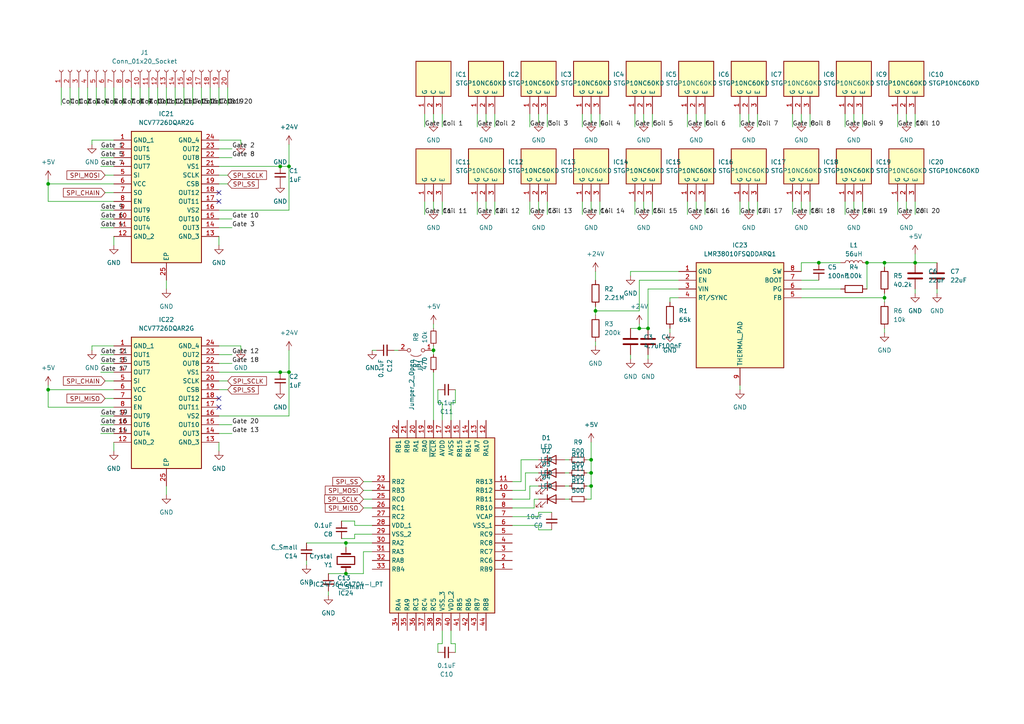
<source format=kicad_sch>
(kicad_sch (version 20230121) (generator eeschema)

  (uuid 20ac3af4-752e-47df-8a3c-a3e484a982d7)

  (paper "A4")

  

  (junction (at 256.54 76.2) (diameter 0) (color 0 0 0 0)
    (uuid 02ccc721-819d-4739-aa54-4979a1b4463a)
  )
  (junction (at 265.43 76.2) (diameter 0) (color 0 0 0 0)
    (uuid 0594eb80-a4f2-40e9-b5e3-5fe64acfd2a4)
  )
  (junction (at 100.33 157.48) (diameter 0) (color 0 0 0 0)
    (uuid 0ae966e3-4fda-4b65-a769-649e9aeeb888)
  )
  (junction (at 256.54 86.36) (diameter 0) (color 0 0 0 0)
    (uuid 0f1170df-3b6f-4b98-b1e6-e2c9c468cd60)
  )
  (junction (at 13.97 113.03) (diameter 0) (color 0 0 0 0)
    (uuid 21fddcef-c7ff-4f0b-90f6-1aa100f54a6f)
  )
  (junction (at 237.49 76.2) (diameter 0) (color 0 0 0 0)
    (uuid 254a744b-7d65-4caf-b9a5-2e79ad4a244f)
  )
  (junction (at 251.46 76.2) (diameter 0) (color 0 0 0 0)
    (uuid 27750843-6523-4bed-805a-9fec7c93d025)
  )
  (junction (at 125.73 101.6) (diameter 0) (color 0 0 0 0)
    (uuid 2de9474d-b254-4393-bae4-0880198c75a5)
  )
  (junction (at 13.97 53.34) (diameter 0) (color 0 0 0 0)
    (uuid 45de1102-577a-4ba0-87c7-a5219371e717)
  )
  (junction (at 172.72 90.17) (diameter 0) (color 0 0 0 0)
    (uuid 614f1e4f-9dbb-47f7-85fa-4a9e4c1ecfc1)
  )
  (junction (at 81.28 107.95) (diameter 0) (color 0 0 0 0)
    (uuid 68fece49-65b5-4a12-8948-b1daf2f35e75)
  )
  (junction (at 81.28 48.26) (diameter 0) (color 0 0 0 0)
    (uuid 9bd51dee-7eb7-40b3-98ca-c88ce2ca98c5)
  )
  (junction (at 171.45 140.97) (diameter 0) (color 0 0 0 0)
    (uuid a0fc7366-305a-49b5-822b-e4b8f8465c4e)
  )
  (junction (at 185.42 95.25) (diameter 0) (color 0 0 0 0)
    (uuid ac2b7f57-5dff-456f-8daf-a5720ada83c4)
  )
  (junction (at 83.82 48.26) (diameter 0) (color 0 0 0 0)
    (uuid c11abce9-ae51-4cd5-ac9d-b14817a6d4ad)
  )
  (junction (at 100.33 166.37) (diameter 0) (color 0 0 0 0)
    (uuid c9ee89c5-15f6-44ff-92c7-48319f44ccab)
  )
  (junction (at 171.45 137.16) (diameter 0) (color 0 0 0 0)
    (uuid d734566c-aa37-4327-b244-4b2aa0a5a124)
  )
  (junction (at 187.96 95.25) (diameter 0) (color 0 0 0 0)
    (uuid e99df581-e2f0-416d-b69c-bb44d8c85d82)
  )
  (junction (at 171.45 133.35) (diameter 0) (color 0 0 0 0)
    (uuid ed5f224a-4481-47a6-b37f-c5031e395772)
  )
  (junction (at 83.82 107.95) (diameter 0) (color 0 0 0 0)
    (uuid ef80f7ce-ef57-444b-adf3-10fca6f4630b)
  )

  (no_connect (at 63.5 58.42) (uuid 0f71f387-5ee8-4d08-8306-30cd0a058e5c))
  (no_connect (at 63.5 118.11) (uuid 5dd0bc4e-5745-40f7-9a35-5e198b8ad2a7))
  (no_connect (at 63.5 115.57) (uuid 76ad5360-8adc-4893-9a74-d1f950955c3f))
  (no_connect (at 63.5 55.88) (uuid 8bd45596-52e0-4492-b1f7-5514f5b1b429))

  (wire (pts (xy 63.5 120.65) (xy 83.82 120.65))
    (stroke (width 0) (type default))
    (uuid 00482a3d-ad75-4891-8453-e1fc391c0010)
  )
  (wire (pts (xy 130.81 121.92) (xy 130.81 116.84))
    (stroke (width 0) (type default))
    (uuid 019a3e64-2a34-4e5c-a90a-f4d0b4a40772)
  )
  (wire (pts (xy 107.95 152.4) (xy 102.87 152.4))
    (stroke (width 0) (type default))
    (uuid 01ce5a57-fad3-429c-a821-1d3432637200)
  )
  (wire (pts (xy 102.87 156.21) (xy 102.87 154.94))
    (stroke (width 0) (type default))
    (uuid 022dd68a-85f1-41bd-be49-f55ed6b7b5fc)
  )
  (wire (pts (xy 184.15 33.02) (xy 184.15 36.83))
    (stroke (width 0) (type default))
    (uuid 02bb1060-bd65-4b29-87be-34752f9f97f3)
  )
  (wire (pts (xy 13.97 113.03) (xy 13.97 118.11))
    (stroke (width 0) (type default))
    (uuid 03233e77-f89b-4454-af78-219cad552c86)
  )
  (wire (pts (xy 148.59 142.24) (xy 152.4 142.24))
    (stroke (width 0) (type default))
    (uuid 046b0e54-fc4d-46f0-a1b0-a791ab3c1648)
  )
  (wire (pts (xy 153.67 33.02) (xy 153.67 36.83))
    (stroke (width 0) (type default))
    (uuid 06bd39a8-edc2-4843-a421-8a8ea20a600f)
  )
  (wire (pts (xy 63.5 105.41) (xy 67.31 105.41))
    (stroke (width 0) (type default))
    (uuid 06fc2b1a-ecc8-4c1d-9077-a4a1b73066d4)
  )
  (wire (pts (xy 63.5 125.73) (xy 67.31 125.73))
    (stroke (width 0) (type default))
    (uuid 07b377a4-c999-4404-acb5-61f890d5f89b)
  )
  (wire (pts (xy 256.54 85.09) (xy 256.54 86.36))
    (stroke (width 0) (type default))
    (uuid 0872e249-a18b-473d-b998-c12c9cd3a1ce)
  )
  (wire (pts (xy 40.64 25.4) (xy 40.64 30.48))
    (stroke (width 0) (type default))
    (uuid 0a4fac0a-2734-496e-9f19-bc625c21b34a)
  )
  (wire (pts (xy 185.42 81.28) (xy 185.42 90.17))
    (stroke (width 0) (type default))
    (uuid 0bb42792-488f-4cdb-bedd-c3573bdcde89)
  )
  (wire (pts (xy 250.19 33.02) (xy 250.19 36.83))
    (stroke (width 0) (type default))
    (uuid 0dcc2069-352e-413e-9e9a-4c8be88d6448)
  )
  (wire (pts (xy 199.39 33.02) (xy 199.39 36.83))
    (stroke (width 0) (type default))
    (uuid 0dd756fc-dc99-4e5d-ac1e-a145bc3d86b0)
  )
  (wire (pts (xy 13.97 53.34) (xy 33.02 53.34))
    (stroke (width 0) (type default))
    (uuid 0e323218-1e87-44b1-97eb-a2259581e4f7)
  )
  (wire (pts (xy 185.42 93.98) (xy 185.42 95.25))
    (stroke (width 0) (type default))
    (uuid 0f8bb768-723e-4c69-a97c-d98a04516646)
  )
  (wire (pts (xy 29.21 123.19) (xy 33.02 123.19))
    (stroke (width 0) (type default))
    (uuid 0faed0f1-3ddb-4fc9-80a1-74b46995b7b1)
  )
  (wire (pts (xy 153.67 140.97) (xy 153.67 144.78))
    (stroke (width 0) (type default))
    (uuid 0fd5d4d2-2d2e-47df-b828-b1280d328e9f)
  )
  (wire (pts (xy 63.5 43.18) (xy 67.31 43.18))
    (stroke (width 0) (type default))
    (uuid 10b91ed3-5cc5-49c3-b23d-c3ca412e2588)
  )
  (wire (pts (xy 128.27 186.69) (xy 128.27 182.88))
    (stroke (width 0) (type default))
    (uuid 13afce1f-cc9a-4885-8a31-dbe1c521c694)
  )
  (wire (pts (xy 30.48 55.88) (xy 33.02 55.88))
    (stroke (width 0) (type default))
    (uuid 14084061-4722-4d92-aa94-41ba91b603af)
  )
  (wire (pts (xy 232.41 58.42) (xy 232.41 60.96))
    (stroke (width 0) (type default))
    (uuid 1416c13a-c95b-4216-8878-9ef04a9787a2)
  )
  (wire (pts (xy 17.78 25.4) (xy 17.78 30.48))
    (stroke (width 0) (type default))
    (uuid 1546054e-f7cf-4cd0-a363-baa18cd9e23f)
  )
  (wire (pts (xy 29.21 60.96) (xy 33.02 60.96))
    (stroke (width 0) (type default))
    (uuid 1662326f-a059-4b93-8dba-29f7fd9f3010)
  )
  (wire (pts (xy 125.73 100.33) (xy 125.73 101.6))
    (stroke (width 0) (type default))
    (uuid 173a4e4a-2423-4ae9-8575-846e20f170ed)
  )
  (wire (pts (xy 30.48 50.8) (xy 33.02 50.8))
    (stroke (width 0) (type default))
    (uuid 19234847-37d5-4552-9701-50270db478c9)
  )
  (wire (pts (xy 163.83 137.16) (xy 165.1 137.16))
    (stroke (width 0) (type default))
    (uuid 1a386006-a3f8-466b-bdc2-0c4b3ae0fd89)
  )
  (wire (pts (xy 217.17 33.02) (xy 217.17 35.56))
    (stroke (width 0) (type default))
    (uuid 1a568e07-82cc-4f2a-8ab5-03998047a5ae)
  )
  (wire (pts (xy 237.49 76.2) (xy 243.84 76.2))
    (stroke (width 0) (type default))
    (uuid 1c938805-940f-47d6-b17a-0d1a5947989b)
  )
  (wire (pts (xy 152.4 137.16) (xy 156.21 137.16))
    (stroke (width 0) (type default))
    (uuid 1dba7667-9f7d-4769-bdae-bcf90cc87ac2)
  )
  (wire (pts (xy 22.86 25.4) (xy 22.86 30.48))
    (stroke (width 0) (type default))
    (uuid 1e9cf6c5-b6bc-4226-96fe-dc4ca0c10f77)
  )
  (wire (pts (xy 182.88 78.74) (xy 196.85 78.74))
    (stroke (width 0) (type default))
    (uuid 1ed2a31d-76e7-4303-b729-ad2a6824de64)
  )
  (wire (pts (xy 234.95 33.02) (xy 234.95 36.83))
    (stroke (width 0) (type default))
    (uuid 1f6a3f60-eaeb-47eb-8fa6-2bf16bbebd5e)
  )
  (wire (pts (xy 63.5 63.5) (xy 67.31 63.5))
    (stroke (width 0) (type default))
    (uuid 1fb87e60-64b0-470f-8eea-4813b4182717)
  )
  (wire (pts (xy 69.85 100.33) (xy 69.85 101.6))
    (stroke (width 0) (type default))
    (uuid 1fd8b29f-d5a6-466e-bba3-3bbdb0310274)
  )
  (wire (pts (xy 50.8 25.4) (xy 50.8 30.48))
    (stroke (width 0) (type default))
    (uuid 203fd056-61bd-4254-a371-1c6bcb43bbb4)
  )
  (wire (pts (xy 13.97 113.03) (xy 33.02 113.03))
    (stroke (width 0) (type default))
    (uuid 24a9ef59-7d12-42c1-ba8e-0aa79f2effb7)
  )
  (wire (pts (xy 182.88 102.87) (xy 182.88 104.14))
    (stroke (width 0) (type default))
    (uuid 25b3ab5f-ee7b-4b96-b240-4fe32b5781be)
  )
  (wire (pts (xy 172.72 88.9) (xy 172.72 90.17))
    (stroke (width 0) (type default))
    (uuid 268444be-b9b9-4664-bcc6-7efadfb3348a)
  )
  (wire (pts (xy 81.28 107.95) (xy 83.82 107.95))
    (stroke (width 0) (type default))
    (uuid 275c93e4-45bd-4f94-b0fb-71b21f2f0535)
  )
  (wire (pts (xy 33.02 68.58) (xy 33.02 71.12))
    (stroke (width 0) (type default))
    (uuid 285251e3-b494-4094-85e5-beb763aa3386)
  )
  (wire (pts (xy 69.85 40.64) (xy 69.85 41.91))
    (stroke (width 0) (type default))
    (uuid 297c61a7-f567-4be9-ac20-7145e930d6f6)
  )
  (wire (pts (xy 48.26 25.4) (xy 48.26 30.48))
    (stroke (width 0) (type default))
    (uuid 2a112aa8-b308-4e45-90bf-4074fb40535e)
  )
  (wire (pts (xy 29.21 43.18) (xy 33.02 43.18))
    (stroke (width 0) (type default))
    (uuid 2b0e34c8-3a29-4873-8b6c-2cf4e4a09959)
  )
  (wire (pts (xy 107.95 160.02) (xy 105.41 160.02))
    (stroke (width 0) (type default))
    (uuid 2cab136a-d056-4c9e-a145-73c62608e659)
  )
  (wire (pts (xy 35.56 25.4) (xy 35.56 30.48))
    (stroke (width 0) (type default))
    (uuid 321c6796-43b3-4cc4-9a45-b71e66d050d6)
  )
  (wire (pts (xy 53.34 25.4) (xy 53.34 30.48))
    (stroke (width 0) (type default))
    (uuid 335a2eb2-b4e8-4b32-868f-adeabb8460ea)
  )
  (wire (pts (xy 265.43 73.66) (xy 265.43 76.2))
    (stroke (width 0) (type default))
    (uuid 33f5df5a-74be-4fbb-a466-02057d0ad329)
  )
  (wire (pts (xy 26.67 40.64) (xy 26.67 41.91))
    (stroke (width 0) (type default))
    (uuid 340d026d-0ed9-4e9d-8813-78da3d7556bc)
  )
  (wire (pts (xy 232.41 83.82) (xy 243.84 83.82))
    (stroke (width 0) (type default))
    (uuid 34af8cf4-6281-4bba-aab6-0437ca6d07b8)
  )
  (wire (pts (xy 30.48 25.4) (xy 30.48 30.48))
    (stroke (width 0) (type default))
    (uuid 35bd6774-28b6-465c-aba2-4847a7564420)
  )
  (wire (pts (xy 27.94 25.4) (xy 27.94 30.48))
    (stroke (width 0) (type default))
    (uuid 364a613f-e886-4fce-843e-1a8e282f2002)
  )
  (wire (pts (xy 152.4 137.16) (xy 152.4 142.24))
    (stroke (width 0) (type default))
    (uuid 37b7d13e-90db-4597-afd7-f11f52e4b00d)
  )
  (wire (pts (xy 48.26 140.97) (xy 48.26 143.51))
    (stroke (width 0) (type default))
    (uuid 399fb8c0-17d1-46d1-b06a-d25ee90271b8)
  )
  (wire (pts (xy 229.87 33.02) (xy 229.87 36.83))
    (stroke (width 0) (type default))
    (uuid 3acf2fb5-da53-4aa0-b657-fed436194bee)
  )
  (wire (pts (xy 138.43 33.02) (xy 138.43 36.83))
    (stroke (width 0) (type default))
    (uuid 3b462426-eb4b-4834-85dd-da5cbec79aff)
  )
  (wire (pts (xy 100.33 158.75) (xy 100.33 157.48))
    (stroke (width 0) (type default))
    (uuid 3b7ea76b-28d4-4e0d-82f0-bac7b339f6f1)
  )
  (wire (pts (xy 260.35 58.42) (xy 260.35 62.23))
    (stroke (width 0) (type default))
    (uuid 3ca223e9-6f8d-4557-9a56-7f4d662d65f7)
  )
  (wire (pts (xy 143.51 33.02) (xy 143.51 36.83))
    (stroke (width 0) (type default))
    (uuid 3d4aa965-4a29-4539-8350-887b6538f273)
  )
  (wire (pts (xy 95.25 171.45) (xy 95.25 172.72))
    (stroke (width 0) (type default))
    (uuid 3dbf463c-3372-45a7-a520-d22ae41f601b)
  )
  (wire (pts (xy 29.21 48.26) (xy 33.02 48.26))
    (stroke (width 0) (type default))
    (uuid 3ef2d1a7-de67-4f11-94ae-3ec8a88ae82c)
  )
  (wire (pts (xy 13.97 118.11) (xy 33.02 118.11))
    (stroke (width 0) (type default))
    (uuid 41b9dc92-b105-444d-9ec8-81cf2e4a8250)
  )
  (wire (pts (xy 184.15 58.42) (xy 184.15 62.23))
    (stroke (width 0) (type default))
    (uuid 44133f23-5771-4a28-b6c1-1528390c1dcf)
  )
  (wire (pts (xy 33.02 25.4) (xy 33.02 30.48))
    (stroke (width 0) (type default))
    (uuid 4657a492-55db-486f-80f2-35a4bb645261)
  )
  (wire (pts (xy 234.95 58.42) (xy 234.95 62.23))
    (stroke (width 0) (type default))
    (uuid 4a020209-3438-44a6-8e3b-52dd84c01f67)
  )
  (wire (pts (xy 219.71 58.42) (xy 219.71 62.23))
    (stroke (width 0) (type default))
    (uuid 4f399a0a-5bcd-4d11-a237-8a802fe146a3)
  )
  (wire (pts (xy 201.93 33.02) (xy 201.93 35.56))
    (stroke (width 0) (type default))
    (uuid 51870c75-7c74-4e13-bdf2-2507efed8197)
  )
  (wire (pts (xy 63.5 102.87) (xy 67.31 102.87))
    (stroke (width 0) (type default))
    (uuid 51f1724c-f812-4fb2-9d6c-d1ef8c3800cc)
  )
  (wire (pts (xy 168.91 58.42) (xy 168.91 62.23))
    (stroke (width 0) (type default))
    (uuid 5782c870-2457-44b4-b299-036c32bbbd46)
  )
  (wire (pts (xy 232.41 33.02) (xy 232.41 35.56))
    (stroke (width 0) (type default))
    (uuid 59de3cda-c803-4a83-ab47-8ae51f89e940)
  )
  (wire (pts (xy 189.23 58.42) (xy 189.23 62.23))
    (stroke (width 0) (type default))
    (uuid 5cd0f3dd-5240-4823-b56c-3083c5a1757b)
  )
  (wire (pts (xy 156.21 153.67) (xy 156.21 152.4))
    (stroke (width 0) (type default))
    (uuid 5e63e8c9-d23e-402b-89aa-97b24aaa418e)
  )
  (wire (pts (xy 199.39 58.42) (xy 199.39 62.23))
    (stroke (width 0) (type default))
    (uuid 5fd7140f-2084-4d12-9228-0e9f7214f62f)
  )
  (wire (pts (xy 232.41 76.2) (xy 237.49 76.2))
    (stroke (width 0) (type default))
    (uuid 5fdd8dfc-9ea0-4940-b718-dd70c99c7d82)
  )
  (wire (pts (xy 102.87 152.4) (xy 102.87 151.13))
    (stroke (width 0) (type default))
    (uuid 60296505-c014-4ec6-a5b3-3659ed355358)
  )
  (wire (pts (xy 173.99 33.02) (xy 173.99 36.83))
    (stroke (width 0) (type default))
    (uuid 60ee29da-72ab-4c74-98b6-fb288e57d697)
  )
  (wire (pts (xy 171.45 137.16) (xy 171.45 140.97))
    (stroke (width 0) (type default))
    (uuid 6155f708-ad12-4251-9fa3-5a6eb05c2360)
  )
  (wire (pts (xy 140.97 33.02) (xy 140.97 35.56))
    (stroke (width 0) (type default))
    (uuid 6176c1c5-afcd-4b06-acee-75da456be45a)
  )
  (wire (pts (xy 172.72 99.06) (xy 172.72 100.33))
    (stroke (width 0) (type default))
    (uuid 61976f9c-b87b-4ea5-8179-bbc4cf6f2c9f)
  )
  (wire (pts (xy 26.67 40.64) (xy 33.02 40.64))
    (stroke (width 0) (type default))
    (uuid 628e0b1a-7ac6-4fdf-8b6a-5254df97b3ae)
  )
  (wire (pts (xy 172.72 90.17) (xy 172.72 91.44))
    (stroke (width 0) (type default))
    (uuid 63508e83-1e51-44b6-afe8-9bd1277b9bc7)
  )
  (wire (pts (xy 182.88 78.74) (xy 182.88 80.01))
    (stroke (width 0) (type default))
    (uuid 64160e88-5aae-474a-838c-6481e4576a39)
  )
  (wire (pts (xy 148.59 147.32) (xy 154.94 147.32))
    (stroke (width 0) (type default))
    (uuid 64a276d3-646a-4822-ab42-e898622242c8)
  )
  (wire (pts (xy 229.87 58.42) (xy 229.87 62.23))
    (stroke (width 0) (type default))
    (uuid 6815bdf9-e44d-418e-bac3-5fc0bc82c0aa)
  )
  (wire (pts (xy 204.47 58.42) (xy 204.47 62.23))
    (stroke (width 0) (type default))
    (uuid 69bc0a68-47a1-4b5a-9f61-94b31272b889)
  )
  (wire (pts (xy 151.13 133.35) (xy 156.21 133.35))
    (stroke (width 0) (type default))
    (uuid 6a80c679-56bc-45b6-a935-fe69441fa16f)
  )
  (wire (pts (xy 185.42 81.28) (xy 196.85 81.28))
    (stroke (width 0) (type default))
    (uuid 6addc459-2ed9-4165-ac6e-66c4e784ba30)
  )
  (wire (pts (xy 148.59 139.7) (xy 151.13 139.7))
    (stroke (width 0) (type default))
    (uuid 6bbb4311-7bd6-4931-b879-ec0243a19330)
  )
  (wire (pts (xy 125.73 107.95) (xy 125.73 121.92))
    (stroke (width 0) (type default))
    (uuid 6cfb905d-45ef-4e39-ad8e-7513883c9438)
  )
  (wire (pts (xy 232.41 81.28) (xy 237.49 81.28))
    (stroke (width 0) (type default))
    (uuid 6d1cea22-9722-4000-8f6f-c855d2ad78da)
  )
  (wire (pts (xy 20.32 25.4) (xy 20.32 30.48))
    (stroke (width 0) (type default))
    (uuid 6d92c091-48e6-493e-b6c8-4ba31e960e06)
  )
  (wire (pts (xy 29.21 125.73) (xy 33.02 125.73))
    (stroke (width 0) (type default))
    (uuid 6e97a469-e501-4665-b20c-1462c90e0104)
  )
  (wire (pts (xy 172.72 90.17) (xy 185.42 90.17))
    (stroke (width 0) (type default))
    (uuid 6f2041b7-dd2e-4791-8b8c-ced62f5fe43b)
  )
  (wire (pts (xy 171.45 128.27) (xy 171.45 133.35))
    (stroke (width 0) (type default))
    (uuid 70b3f6f0-c1f4-4538-b174-b8532aafffb3)
  )
  (wire (pts (xy 214.63 111.76) (xy 214.63 113.03))
    (stroke (width 0) (type default))
    (uuid 7158c60f-8be8-4d0f-9a08-7bead1dfd4ac)
  )
  (wire (pts (xy 127 116.84) (xy 127 113.03))
    (stroke (width 0) (type default))
    (uuid 71da6316-bd9c-42cf-afb0-0f27fac40f10)
  )
  (wire (pts (xy 132.08 116.84) (xy 132.08 113.03))
    (stroke (width 0) (type default))
    (uuid 726a581d-6f11-4d6c-ac70-dcbc431c215e)
  )
  (wire (pts (xy 214.63 33.02) (xy 214.63 36.83))
    (stroke (width 0) (type default))
    (uuid 7270b0bb-3e08-4029-bd1d-04733b522646)
  )
  (wire (pts (xy 88.9 162.56) (xy 88.9 163.83))
    (stroke (width 0) (type default))
    (uuid 74f8816e-44e8-4fbe-9767-4d521eb83215)
  )
  (wire (pts (xy 69.85 40.64) (xy 63.5 40.64))
    (stroke (width 0) (type default))
    (uuid 774853db-825b-41e6-bfcc-0df931fde365)
  )
  (wire (pts (xy 262.89 58.42) (xy 262.89 60.96))
    (stroke (width 0) (type default))
    (uuid 77dc84d5-2965-4e47-9e30-6366aae93acb)
  )
  (wire (pts (xy 151.13 133.35) (xy 151.13 139.7))
    (stroke (width 0) (type default))
    (uuid 78b79da7-33d3-4eb5-831b-6925493c1c9a)
  )
  (wire (pts (xy 128.27 186.69) (xy 127 186.69))
    (stroke (width 0) (type default))
    (uuid 794c7b84-bea7-4bd8-9807-83b249451f73)
  )
  (wire (pts (xy 25.4 25.4) (xy 25.4 30.48))
    (stroke (width 0) (type default))
    (uuid 79710124-54c5-4772-8350-4a72b7252e80)
  )
  (wire (pts (xy 45.72 25.4) (xy 45.72 30.48))
    (stroke (width 0) (type default))
    (uuid 79d8a6eb-8d4e-4bf2-9139-6fdcda27f400)
  )
  (wire (pts (xy 265.43 76.2) (xy 271.78 76.2))
    (stroke (width 0) (type default))
    (uuid 79de3dda-2b96-46a9-8116-59438d3b2da0)
  )
  (wire (pts (xy 256.54 76.2) (xy 265.43 76.2))
    (stroke (width 0) (type default))
    (uuid 7a0f2207-9c94-4a1c-8f4d-1e00453bb559)
  )
  (wire (pts (xy 250.19 58.42) (xy 250.19 62.23))
    (stroke (width 0) (type default))
    (uuid 7a2dd9fb-23c6-412e-94f8-eb9498c8439e)
  )
  (wire (pts (xy 100.33 166.37) (xy 95.25 166.37))
    (stroke (width 0) (type default))
    (uuid 7a316f40-d300-45fe-8a78-5b355ab0d030)
  )
  (wire (pts (xy 125.73 33.02) (xy 125.73 35.56))
    (stroke (width 0) (type default))
    (uuid 7f369812-924e-4d3b-ab0f-6e3b6ab6fcbd)
  )
  (wire (pts (xy 158.75 58.42) (xy 158.75 62.23))
    (stroke (width 0) (type default))
    (uuid 82e41154-3bbe-4848-a09f-077e858be084)
  )
  (wire (pts (xy 63.5 107.95) (xy 81.28 107.95))
    (stroke (width 0) (type default))
    (uuid 88f0fa71-ded0-4cb9-bd67-001e0eba2a42)
  )
  (wire (pts (xy 107.95 157.48) (xy 100.33 157.48))
    (stroke (width 0) (type default))
    (uuid 892ce063-46c9-4afc-8a2d-780dac605260)
  )
  (wire (pts (xy 143.51 58.42) (xy 143.51 62.23))
    (stroke (width 0) (type default))
    (uuid 89bacd65-9be4-40df-9b71-c851e70e2364)
  )
  (wire (pts (xy 173.99 58.42) (xy 173.99 62.23))
    (stroke (width 0) (type default))
    (uuid 8b901004-c644-490d-a4d0-c45342a6f7f4)
  )
  (wire (pts (xy 127 189.23) (xy 127 186.69))
    (stroke (width 0) (type default))
    (uuid 8c365b15-6e41-4fd0-8489-3686329fc908)
  )
  (wire (pts (xy 171.45 33.02) (xy 171.45 35.56))
    (stroke (width 0) (type default))
    (uuid 8c513eb5-8e4c-41e3-acc3-dcb7928263ca)
  )
  (wire (pts (xy 271.78 83.82) (xy 271.78 85.09))
    (stroke (width 0) (type default))
    (uuid 8d5d9961-1546-4766-9167-1bb7bfd53276)
  )
  (wire (pts (xy 125.73 95.25) (xy 125.73 93.98))
    (stroke (width 0) (type default))
    (uuid 8f05f9fc-ce16-4af4-b116-ad1e2fc08f86)
  )
  (wire (pts (xy 83.82 48.26) (xy 83.82 60.96))
    (stroke (width 0) (type default))
    (uuid 90dc0e8d-a654-4d4c-b8a2-055b44282370)
  )
  (wire (pts (xy 156.21 149.86) (xy 156.21 148.59))
    (stroke (width 0) (type default))
    (uuid 92928775-e644-473b-99af-3b81c7c7f89e)
  )
  (wire (pts (xy 187.96 83.82) (xy 196.85 83.82))
    (stroke (width 0) (type default))
    (uuid 92b4b645-86fe-4624-8874-c233febad7b5)
  )
  (wire (pts (xy 163.83 133.35) (xy 165.1 133.35))
    (stroke (width 0) (type default))
    (uuid 93c0c21b-ec2a-4aac-a701-6bee9239ebc0)
  )
  (wire (pts (xy 148.59 144.78) (xy 153.67 144.78))
    (stroke (width 0) (type default))
    (uuid 93d87dac-6e8d-4c28-ac51-098843be20df)
  )
  (wire (pts (xy 63.5 60.96) (xy 83.82 60.96))
    (stroke (width 0) (type default))
    (uuid 94b387ae-24a4-4023-9712-e7f0c6f90101)
  )
  (wire (pts (xy 158.75 33.02) (xy 158.75 36.83))
    (stroke (width 0) (type default))
    (uuid 96a3486f-d823-4786-ad04-9d1562819809)
  )
  (wire (pts (xy 171.45 58.42) (xy 171.45 60.96))
    (stroke (width 0) (type default))
    (uuid 997ad075-e37c-4712-b9f8-8d4e4f8cf86d)
  )
  (wire (pts (xy 38.1 25.4) (xy 38.1 30.48))
    (stroke (width 0) (type default))
    (uuid 999f7162-d8e5-4f6d-9e4c-ce8dfa30cbd6)
  )
  (wire (pts (xy 83.82 107.95) (xy 83.82 120.65))
    (stroke (width 0) (type default))
    (uuid 9ba4cfd6-8d59-4053-adf5-551eb41331a3)
  )
  (wire (pts (xy 63.5 53.34) (xy 66.04 53.34))
    (stroke (width 0) (type default))
    (uuid 9bd9169f-b4c6-47fe-ab89-191d1192e224)
  )
  (wire (pts (xy 156.21 33.02) (xy 156.21 35.56))
    (stroke (width 0) (type default))
    (uuid 9ce38853-e9bf-400a-bb5b-64ffa0d8eb49)
  )
  (wire (pts (xy 156.21 152.4) (xy 148.59 152.4))
    (stroke (width 0) (type default))
    (uuid 9ea9e5fc-6d13-4c62-a4ec-9841bf3f3d2a)
  )
  (wire (pts (xy 186.69 58.42) (xy 186.69 60.96))
    (stroke (width 0) (type default))
    (uuid 9f7e5832-8261-4a42-a65a-b852f9cf44c1)
  )
  (wire (pts (xy 154.94 144.78) (xy 154.94 147.32))
    (stroke (width 0) (type default))
    (uuid 9fb29323-6436-4266-9a5b-61ffa7000709)
  )
  (wire (pts (xy 26.67 100.33) (xy 26.67 101.6))
    (stroke (width 0) (type default))
    (uuid a000b8ae-add5-42b2-8122-8da060c9a33d)
  )
  (wire (pts (xy 128.27 116.84) (xy 127 116.84))
    (stroke (width 0) (type default))
    (uuid a20c2283-5d68-4bce-bbe2-2afd3ca67280)
  )
  (wire (pts (xy 256.54 76.2) (xy 256.54 77.47))
    (stroke (width 0) (type default))
    (uuid a27325bd-5764-4f9f-bb7a-7a981878ce46)
  )
  (wire (pts (xy 170.18 137.16) (xy 171.45 137.16))
    (stroke (width 0) (type default))
    (uuid a28c06b7-9e7c-4ccf-8434-16f4dbd2d900)
  )
  (wire (pts (xy 66.04 25.4) (xy 66.04 30.48))
    (stroke (width 0) (type default))
    (uuid a425300d-bf26-435a-bbd7-1bb69038c004)
  )
  (wire (pts (xy 160.02 153.67) (xy 156.21 153.67))
    (stroke (width 0) (type default))
    (uuid a4aae3b4-a040-4130-b953-ec7a393d658d)
  )
  (wire (pts (xy 128.27 58.42) (xy 128.27 62.23))
    (stroke (width 0) (type default))
    (uuid a54e2b5d-97b8-4819-8ffa-e644819a8e6c)
  )
  (wire (pts (xy 30.48 110.49) (xy 33.02 110.49))
    (stroke (width 0) (type default))
    (uuid a5e15578-c04b-4894-adc2-e2dd48f7a0c4)
  )
  (wire (pts (xy 201.93 58.42) (xy 201.93 60.96))
    (stroke (width 0) (type default))
    (uuid a776ae03-ebee-472d-9294-ea35f91fd2b3)
  )
  (wire (pts (xy 105.41 144.78) (xy 107.95 144.78))
    (stroke (width 0) (type default))
    (uuid a84c7494-0b26-499a-b809-59ee6f6bd77d)
  )
  (wire (pts (xy 154.94 144.78) (xy 156.21 144.78))
    (stroke (width 0) (type default))
    (uuid a8a2468b-454f-4be9-a3e0-d0cef9d8c767)
  )
  (wire (pts (xy 132.08 186.69) (xy 130.81 186.69))
    (stroke (width 0) (type default))
    (uuid aa2b728c-44c7-4775-8ace-c92519e55547)
  )
  (wire (pts (xy 160.02 148.59) (xy 156.21 148.59))
    (stroke (width 0) (type default))
    (uuid aa501862-4d99-4c37-936e-72d414825cfe)
  )
  (wire (pts (xy 60.96 25.4) (xy 60.96 30.48))
    (stroke (width 0) (type default))
    (uuid abdb5cce-f3be-4e65-adf2-7eba20adedd5)
  )
  (wire (pts (xy 172.72 78.74) (xy 172.72 81.28))
    (stroke (width 0) (type default))
    (uuid abf7b580-4648-4474-afb5-1facdb7907e9)
  )
  (wire (pts (xy 123.19 58.42) (xy 123.19 62.23))
    (stroke (width 0) (type default))
    (uuid ac29e5b5-7607-4ba7-b1b0-468bf222c5e8)
  )
  (wire (pts (xy 189.23 33.02) (xy 189.23 36.83))
    (stroke (width 0) (type default))
    (uuid ac37bc77-baad-4561-bc36-9a4f9163fca1)
  )
  (wire (pts (xy 105.41 142.24) (xy 107.95 142.24))
    (stroke (width 0) (type default))
    (uuid ac474497-2792-4ad7-94fa-7400c44a5fcd)
  )
  (wire (pts (xy 163.83 140.97) (xy 165.1 140.97))
    (stroke (width 0) (type default))
    (uuid af073fb4-8ff9-404d-86fd-b94cfba21375)
  )
  (wire (pts (xy 185.42 95.25) (xy 187.96 95.25))
    (stroke (width 0) (type default))
    (uuid af993d33-5f5d-415b-ab1b-1b31239eab58)
  )
  (wire (pts (xy 186.69 33.02) (xy 186.69 35.56))
    (stroke (width 0) (type default))
    (uuid b112508c-b0d9-47d6-95d9-466dc0c72028)
  )
  (wire (pts (xy 63.5 113.03) (xy 66.04 113.03))
    (stroke (width 0) (type default))
    (uuid b288b393-f6ae-4a14-a16f-a0a927e09b97)
  )
  (wire (pts (xy 194.31 86.36) (xy 196.85 86.36))
    (stroke (width 0) (type default))
    (uuid b2f68e2b-223a-4888-a2c9-5ed2fbf6006a)
  )
  (wire (pts (xy 48.26 81.28) (xy 48.26 83.82))
    (stroke (width 0) (type default))
    (uuid b37fec1c-cd1c-4db1-9575-0dd5a369be6c)
  )
  (wire (pts (xy 109.22 101.6) (xy 107.95 101.6))
    (stroke (width 0) (type default))
    (uuid b42b5d8e-de96-4979-b5c8-9b9d326de655)
  )
  (wire (pts (xy 33.02 128.27) (xy 33.02 130.81))
    (stroke (width 0) (type default))
    (uuid b5357f1d-52d7-49ed-b721-bf4e3ad8f8e6)
  )
  (wire (pts (xy 29.21 120.65) (xy 33.02 120.65))
    (stroke (width 0) (type default))
    (uuid b5702218-1439-46db-82e3-8fa0ebd4df8a)
  )
  (wire (pts (xy 204.47 33.02) (xy 204.47 36.83))
    (stroke (width 0) (type default))
    (uuid b605e468-5d38-40ec-9eac-2ec3a74a6e00)
  )
  (wire (pts (xy 63.5 128.27) (xy 63.5 130.81))
    (stroke (width 0) (type default))
    (uuid b7614e2c-e24d-4747-adf5-ee471ac9c58a)
  )
  (wire (pts (xy 63.5 50.8) (xy 66.04 50.8))
    (stroke (width 0) (type default))
    (uuid b8029a59-7ee3-48fc-a11a-3d177cbd0f6c)
  )
  (wire (pts (xy 217.17 58.42) (xy 217.17 60.96))
    (stroke (width 0) (type default))
    (uuid b8dfa018-6e2a-4e67-8436-68d6e3fb6c45)
  )
  (wire (pts (xy 63.5 45.72) (xy 67.31 45.72))
    (stroke (width 0) (type default))
    (uuid bb3a02a8-59a1-446b-b03e-aeb403b44c98)
  )
  (wire (pts (xy 13.97 52.07) (xy 13.97 53.34))
    (stroke (width 0) (type default))
    (uuid bcdd502d-cf6b-4269-99ad-a554bcf7b020)
  )
  (wire (pts (xy 100.33 157.48) (xy 88.9 157.48))
    (stroke (width 0) (type default))
    (uuid be53702b-6de3-4ebe-b311-42fb4468c329)
  )
  (wire (pts (xy 265.43 83.82) (xy 265.43 85.09))
    (stroke (width 0) (type default))
    (uuid bfbc8154-9004-4e91-8ec8-80b2743f9b67)
  )
  (wire (pts (xy 156.21 58.42) (xy 156.21 60.96))
    (stroke (width 0) (type default))
    (uuid c1a651b4-34c3-4a45-9635-93ab9e2eff53)
  )
  (wire (pts (xy 168.91 33.02) (xy 168.91 36.83))
    (stroke (width 0) (type default))
    (uuid c3d6338a-4daa-44aa-8415-cd6afaef896b)
  )
  (wire (pts (xy 170.18 133.35) (xy 171.45 133.35))
    (stroke (width 0) (type default))
    (uuid c55cb192-f702-4e0d-872d-7827691b0b0b)
  )
  (wire (pts (xy 43.18 25.4) (xy 43.18 30.48))
    (stroke (width 0) (type default))
    (uuid c5658864-6664-4611-81c9-72f8a942da8f)
  )
  (wire (pts (xy 153.67 140.97) (xy 156.21 140.97))
    (stroke (width 0) (type default))
    (uuid c6b323ba-fdb4-441f-a600-1fb058d175c9)
  )
  (wire (pts (xy 63.5 123.19) (xy 67.31 123.19))
    (stroke (width 0) (type default))
    (uuid c6d08684-3765-46bf-b294-a15dd22421dd)
  )
  (wire (pts (xy 140.97 58.42) (xy 140.97 60.96))
    (stroke (width 0) (type default))
    (uuid c7a9f45b-a61b-417c-8593-55e8f5e172e1)
  )
  (wire (pts (xy 81.28 48.26) (xy 83.82 48.26))
    (stroke (width 0) (type default))
    (uuid c922f8f4-cc09-4ba3-8a70-7e4cc15d15de)
  )
  (wire (pts (xy 125.73 101.6) (xy 125.73 102.87))
    (stroke (width 0) (type default))
    (uuid c965a68e-1975-4984-9c65-50cdd5d3a143)
  )
  (wire (pts (xy 29.21 63.5) (xy 33.02 63.5))
    (stroke (width 0) (type default))
    (uuid c966609e-cbd5-4a2c-ac72-8a9bc56117ba)
  )
  (wire (pts (xy 187.96 83.82) (xy 187.96 95.25))
    (stroke (width 0) (type default))
    (uuid cb11cf6a-bded-4afe-a3ca-ceda910c56be)
  )
  (wire (pts (xy 29.21 45.72) (xy 33.02 45.72))
    (stroke (width 0) (type default))
    (uuid ccbe06ce-3213-49ec-aefc-afaca3a0502d)
  )
  (wire (pts (xy 63.5 66.04) (xy 67.31 66.04))
    (stroke (width 0) (type default))
    (uuid ccd26f42-6189-4c99-9ee6-23c1da48e9c4)
  )
  (wire (pts (xy 105.41 166.37) (xy 100.33 166.37))
    (stroke (width 0) (type default))
    (uuid cd94b446-18c9-490f-a736-0a63e792ac2f)
  )
  (wire (pts (xy 219.71 33.02) (xy 219.71 36.83))
    (stroke (width 0) (type default))
    (uuid cecc6a94-3b1c-4ae5-a1cb-e1d62dd958c5)
  )
  (wire (pts (xy 214.63 58.42) (xy 214.63 62.23))
    (stroke (width 0) (type default))
    (uuid d02ef791-e641-4865-b030-0f68b478cd4b)
  )
  (wire (pts (xy 182.88 95.25) (xy 185.42 95.25))
    (stroke (width 0) (type default))
    (uuid d04bfa3f-67c9-41ae-bf9c-71f259437818)
  )
  (wire (pts (xy 69.85 100.33) (xy 63.5 100.33))
    (stroke (width 0) (type default))
    (uuid d0a3b71b-ec9f-401b-a333-ec3c226c9955)
  )
  (wire (pts (xy 187.96 102.87) (xy 187.96 104.14))
    (stroke (width 0) (type default))
    (uuid d1c043e7-8434-4f3f-8840-e20b5fd426f2)
  )
  (wire (pts (xy 256.54 86.36) (xy 256.54 87.63))
    (stroke (width 0) (type default))
    (uuid d27aa192-7d3d-4ffd-833c-e3bcbe69ece6)
  )
  (wire (pts (xy 29.21 102.87) (xy 33.02 102.87))
    (stroke (width 0) (type default))
    (uuid d2f67570-7db8-4402-965f-8a619333d2ec)
  )
  (wire (pts (xy 63.5 48.26) (xy 81.28 48.26))
    (stroke (width 0) (type default))
    (uuid d6866aa3-f630-451a-b9c1-1e3bfa3ced23)
  )
  (wire (pts (xy 156.21 149.86) (xy 148.59 149.86))
    (stroke (width 0) (type default))
    (uuid d7cbffcb-054c-4f76-9cd3-81f99e2590c5)
  )
  (wire (pts (xy 265.43 33.02) (xy 265.43 36.83))
    (stroke (width 0) (type default))
    (uuid d7e6ef8c-2b0f-434a-a23c-92bdf6319a30)
  )
  (wire (pts (xy 63.5 68.58) (xy 63.5 71.12))
    (stroke (width 0) (type default))
    (uuid d7f0d001-55a9-4551-b4df-a4cb742100b9)
  )
  (wire (pts (xy 13.97 53.34) (xy 13.97 58.42))
    (stroke (width 0) (type default))
    (uuid d8468e9f-c661-4131-a9b8-92c578318b2c)
  )
  (wire (pts (xy 128.27 33.02) (xy 128.27 36.83))
    (stroke (width 0) (type default))
    (uuid d852343f-525e-4d62-b3cc-fa64e3e36cdd)
  )
  (wire (pts (xy 102.87 151.13) (xy 99.06 151.13))
    (stroke (width 0) (type default))
    (uuid d8beb6cd-a03d-4908-bccb-32f4ed0f3c31)
  )
  (wire (pts (xy 138.43 58.42) (xy 138.43 62.23))
    (stroke (width 0) (type default))
    (uuid d8feb592-9279-4c13-b462-7da92e880fa3)
  )
  (wire (pts (xy 132.08 189.23) (xy 132.08 186.69))
    (stroke (width 0) (type default))
    (uuid db14ad56-ed89-44c1-8ef2-cb73af96121d)
  )
  (wire (pts (xy 55.88 25.4) (xy 55.88 30.48))
    (stroke (width 0) (type default))
    (uuid db988d9e-6ebf-46db-ae68-e0d34a370870)
  )
  (wire (pts (xy 256.54 95.25) (xy 256.54 96.52))
    (stroke (width 0) (type default))
    (uuid dcb241dd-3e1a-43ef-ba86-8318793df3b7)
  )
  (wire (pts (xy 153.67 58.42) (xy 153.67 62.23))
    (stroke (width 0) (type default))
    (uuid dd55c41a-a320-4331-8c9d-7c880761401b)
  )
  (wire (pts (xy 170.18 140.97) (xy 171.45 140.97))
    (stroke (width 0) (type default))
    (uuid defcdfee-fabf-49ee-8749-4f9fde084e13)
  )
  (wire (pts (xy 29.21 66.04) (xy 33.02 66.04))
    (stroke (width 0) (type default))
    (uuid e02e8eda-67f5-4720-b206-6166c1da0236)
  )
  (wire (pts (xy 247.65 58.42) (xy 247.65 60.96))
    (stroke (width 0) (type default))
    (uuid e1029ca7-d764-47b9-91ec-7a92529bdfd0)
  )
  (wire (pts (xy 105.41 147.32) (xy 107.95 147.32))
    (stroke (width 0) (type default))
    (uuid e126dc90-b2d4-47dc-a4aa-ac96ff07e276)
  )
  (wire (pts (xy 83.82 41.91) (xy 83.82 48.26))
    (stroke (width 0) (type default))
    (uuid e28cdf46-f187-4e4f-8fc8-d7156bd3cb71)
  )
  (wire (pts (xy 247.65 33.02) (xy 247.65 35.56))
    (stroke (width 0) (type default))
    (uuid e2983c7d-2ba6-4909-bb3c-cddd76cb72ed)
  )
  (wire (pts (xy 128.27 121.92) (xy 128.27 116.84))
    (stroke (width 0) (type default))
    (uuid e2b3aaef-76ee-4e9e-88a9-06eff0439f77)
  )
  (wire (pts (xy 102.87 156.21) (xy 99.06 156.21))
    (stroke (width 0) (type default))
    (uuid e31e9a09-9b8a-4a3a-9cd5-b8385a3a8578)
  )
  (wire (pts (xy 13.97 111.76) (xy 13.97 113.03))
    (stroke (width 0) (type default))
    (uuid e4c7131d-0a21-49b9-ba6a-d20e0490c70f)
  )
  (wire (pts (xy 171.45 140.97) (xy 171.45 144.78))
    (stroke (width 0) (type default))
    (uuid e65d900f-9b96-4fa5-98de-6e3f000e5b2a)
  )
  (wire (pts (xy 132.08 116.84) (xy 130.81 116.84))
    (stroke (width 0) (type default))
    (uuid e6aa7ae0-044f-4078-bd34-4d7955f1f5b4)
  )
  (wire (pts (xy 170.18 144.78) (xy 171.45 144.78))
    (stroke (width 0) (type default))
    (uuid e90a9fbc-ee59-494c-9747-d75a9b8a1b74)
  )
  (wire (pts (xy 13.97 58.42) (xy 33.02 58.42))
    (stroke (width 0) (type default))
    (uuid e9298757-ed49-45b6-8d69-829ee0b76ffb)
  )
  (wire (pts (xy 30.48 115.57) (xy 33.02 115.57))
    (stroke (width 0) (type default))
    (uuid ea5810da-c9b0-4225-b42d-357f55c81822)
  )
  (wire (pts (xy 105.41 139.7) (xy 107.95 139.7))
    (stroke (width 0) (type default))
    (uuid ec105a12-0d30-4043-8b6d-436cc8f9120b)
  )
  (wire (pts (xy 26.67 100.33) (xy 33.02 100.33))
    (stroke (width 0) (type default))
    (uuid ed678089-c2c9-47ec-b100-1b42176806a9)
  )
  (wire (pts (xy 63.5 110.49) (xy 66.04 110.49))
    (stroke (width 0) (type default))
    (uuid eede2fd3-c394-4733-8ed2-a19e5beb09f7)
  )
  (wire (pts (xy 245.11 58.42) (xy 245.11 62.23))
    (stroke (width 0) (type default))
    (uuid eef3f0db-a6b2-4611-984c-d93c7d9fa147)
  )
  (wire (pts (xy 194.31 86.36) (xy 194.31 87.63))
    (stroke (width 0) (type default))
    (uuid ef10a603-e340-498c-ba52-ea05d573a51b)
  )
  (wire (pts (xy 262.89 33.02) (xy 262.89 35.56))
    (stroke (width 0) (type default))
    (uuid ef2748ab-0cf9-470c-9d0f-d11afdb7c6af)
  )
  (wire (pts (xy 194.31 95.25) (xy 194.31 96.52))
    (stroke (width 0) (type default))
    (uuid ef536254-3f87-40ff-8314-ee493d0a269d)
  )
  (wire (pts (xy 58.42 25.4) (xy 58.42 30.48))
    (stroke (width 0) (type default))
    (uuid ef55eb7d-fe7f-4c34-91b0-e435ba7301d6)
  )
  (wire (pts (xy 63.5 25.4) (xy 63.5 30.48))
    (stroke (width 0) (type default))
    (uuid f0443635-56d1-4337-b6b4-18f4872e39d5)
  )
  (wire (pts (xy 171.45 133.35) (xy 171.45 137.16))
    (stroke (width 0) (type default))
    (uuid f2be4ae8-ce8b-41bf-8208-52159a1203f8)
  )
  (wire (pts (xy 123.19 33.02) (xy 123.19 36.83))
    (stroke (width 0) (type default))
    (uuid f2db6267-5839-49ba-8dd5-85b143f4afab)
  )
  (wire (pts (xy 130.81 186.69) (xy 130.81 182.88))
    (stroke (width 0) (type default))
    (uuid f405d924-ada1-4641-a8a4-cebee4e8358a)
  )
  (wire (pts (xy 125.73 58.42) (xy 125.73 60.96))
    (stroke (width 0) (type default))
    (uuid f40641e7-5aa7-4147-8720-626ffe78a522)
  )
  (wire (pts (xy 83.82 101.6) (xy 83.82 107.95))
    (stroke (width 0) (type default))
    (uuid f58dfaae-a3d0-425f-8358-33731527f86a)
  )
  (wire (pts (xy 105.41 166.37) (xy 105.41 160.02))
    (stroke (width 0) (type default))
    (uuid f5aab091-0379-4dce-b06e-0d751b1cefac)
  )
  (wire (pts (xy 251.46 76.2) (xy 251.46 83.82))
    (stroke (width 0) (type default))
    (uuid f7f478c6-f5d2-4a80-b627-52988242a493)
  )
  (wire (pts (xy 115.57 101.6) (xy 114.3 101.6))
    (stroke (width 0) (type default))
    (uuid f8038e97-5a83-4d27-b8c5-33afac5fb86c)
  )
  (wire (pts (xy 245.11 33.02) (xy 245.11 36.83))
    (stroke (width 0) (type default))
    (uuid f91fb2c5-3f06-477a-ae08-3c9e4220d55d)
  )
  (wire (pts (xy 163.83 144.78) (xy 165.1 144.78))
    (stroke (width 0) (type default))
    (uuid f9ac81f0-af7e-4dad-83ac-b5e214bf7545)
  )
  (wire (pts (xy 107.95 154.94) (xy 102.87 154.94))
    (stroke (width 0) (type default))
    (uuid fa1fd7d5-a5dc-420f-8979-cdc8c82ccd41)
  )
  (wire (pts (xy 232.41 86.36) (xy 256.54 86.36))
    (stroke (width 0) (type default))
    (uuid fac4d0ee-10cf-4fc8-83c8-6c1bc303549e)
  )
  (wire (pts (xy 29.21 107.95) (xy 33.02 107.95))
    (stroke (width 0) (type default))
    (uuid fb3bb03e-8af3-460d-9e63-a31519347e05)
  )
  (wire (pts (xy 251.46 76.2) (xy 256.54 76.2))
    (stroke (width 0) (type default))
    (uuid fc461b0c-ba44-4de1-908c-da8e54dbbb0d)
  )
  (wire (pts (xy 29.21 105.41) (xy 33.02 105.41))
    (stroke (width 0) (type default))
    (uuid fc6c106e-7a60-4145-824d-fa05407bcc14)
  )
  (wire (pts (xy 260.35 33.02) (xy 260.35 36.83))
    (stroke (width 0) (type default))
    (uuid fea24b6e-d6c1-4e62-9a83-5faa9aefc676)
  )
  (wire (pts (xy 265.43 58.42) (xy 265.43 62.23))
    (stroke (width 0) (type default))
    (uuid feb8bd94-ac06-4153-9bbb-a8ed12709d8b)
  )
  (wire (pts (xy 232.41 76.2) (xy 232.41 78.74))
    (stroke (width 0) (type default))
    (uuid ff38bb3f-1681-4b8f-8020-90528f9668cc)
  )

  (label "Coil 12" (at 143.51 62.23 0) (fields_autoplaced)
    (effects (font (size 1.27 1.27)) (justify left bottom))
    (uuid 006dce2c-f5b7-4b34-b5b7-5f16c948a70b)
  )
  (label "Coil 11" (at 128.27 62.23 0) (fields_autoplaced)
    (effects (font (size 1.27 1.27)) (justify left bottom))
    (uuid 02a23e0a-89df-4d4d-a65d-281c64e88951)
  )
  (label "Gate 10" (at 260.35 36.83 0) (fields_autoplaced)
    (effects (font (size 1.27 1.27)) (justify left bottom))
    (uuid 0542b930-0fce-4473-9d74-47b91b1501d0)
  )
  (label "Gate 18" (at 229.87 62.23 0) (fields_autoplaced)
    (effects (font (size 1.27 1.27)) (justify left bottom))
    (uuid 0dc21b59-a7a9-45d7-8cc4-c975115bf9db)
  )
  (label "Gate 16" (at 29.21 123.19 0) (fields_autoplaced)
    (effects (font (size 1.27 1.27)) (justify left bottom))
    (uuid 0ea26ea4-a75d-4775-8b6f-d741bd95074e)
  )
  (label "Gate 6" (at 199.39 36.83 0) (fields_autoplaced)
    (effects (font (size 1.27 1.27)) (justify left bottom))
    (uuid 223535ee-a4f9-4354-a4b7-a3dc7e984d81)
  )
  (label "Coil 13" (at 48.26 30.48 0) (fields_autoplaced)
    (effects (font (size 1.27 1.27)) (justify left bottom))
    (uuid 23e633ef-bbe3-4853-93f9-290364fe3a72)
  )
  (label "Gate 19" (at 29.21 120.65 0) (fields_autoplaced)
    (effects (font (size 1.27 1.27)) (justify left bottom))
    (uuid 24a71ee6-99c5-4ab7-9115-94c61df7b820)
  )
  (label "Coil 8" (at 35.56 30.48 0) (fields_autoplaced)
    (effects (font (size 1.27 1.27)) (justify left bottom))
    (uuid 26768080-80c0-4d14-8bc0-60c6311f3bf0)
  )
  (label "Gate 2" (at 138.43 36.83 0) (fields_autoplaced)
    (effects (font (size 1.27 1.27)) (justify left bottom))
    (uuid 26fd97b1-e50b-43ea-8428-22b5e5cc49ef)
  )
  (label "Gate 8" (at 229.87 36.83 0) (fields_autoplaced)
    (effects (font (size 1.27 1.27)) (justify left bottom))
    (uuid 280ee162-c63d-45c4-a565-10ae38717e61)
  )
  (label "Gate 18" (at 67.31 105.41 0) (fields_autoplaced)
    (effects (font (size 1.27 1.27)) (justify left bottom))
    (uuid 28cb2534-a177-42dd-9175-b5417187d64c)
  )
  (label "Coil 5" (at 27.94 30.48 0) (fields_autoplaced)
    (effects (font (size 1.27 1.27)) (justify left bottom))
    (uuid 29383b76-8061-47bb-845f-d46585d5fe32)
  )
  (label "Coil 13" (at 158.75 62.23 0) (fields_autoplaced)
    (effects (font (size 1.27 1.27)) (justify left bottom))
    (uuid 30eacce4-5a65-4a46-98b0-39bf15e21191)
  )
  (label "Coil 16" (at 55.88 30.48 0) (fields_autoplaced)
    (effects (font (size 1.27 1.27)) (justify left bottom))
    (uuid 3324517f-8c03-4995-9988-e58b76b997f3)
  )
  (label "Coil 14" (at 173.99 62.23 0) (fields_autoplaced)
    (effects (font (size 1.27 1.27)) (justify left bottom))
    (uuid 396a8159-e14a-4f1a-9c93-db79f775ab25)
  )
  (label "Coil 11" (at 43.18 30.48 0) (fields_autoplaced)
    (effects (font (size 1.27 1.27)) (justify left bottom))
    (uuid 3a19ff08-63dd-4040-8056-3b8dc60747b6)
  )
  (label "Coil 17" (at 219.71 62.23 0) (fields_autoplaced)
    (effects (font (size 1.27 1.27)) (justify left bottom))
    (uuid 3cf20adc-67eb-4f46-9d34-adebeec97820)
  )
  (label "Coil 7" (at 219.71 36.83 0) (fields_autoplaced)
    (effects (font (size 1.27 1.27)) (justify left bottom))
    (uuid 427ab998-4eba-407e-a451-ebffb2b3cd55)
  )
  (label "Coil 8" (at 234.95 36.83 0) (fields_autoplaced)
    (effects (font (size 1.27 1.27)) (justify left bottom))
    (uuid 464d02af-e072-4e65-86f2-ff7c174b3d73)
  )
  (label "Gate 1" (at 123.19 36.83 0) (fields_autoplaced)
    (effects (font (size 1.27 1.27)) (justify left bottom))
    (uuid 4a048b00-255b-447d-ad78-0392968bf97e)
  )
  (label "Coil 9" (at 250.19 36.83 0) (fields_autoplaced)
    (effects (font (size 1.27 1.27)) (justify left bottom))
    (uuid 4b3b4eec-fd25-4a72-b644-80427f84dc6e)
  )
  (label "Gate 15" (at 29.21 105.41 0) (fields_autoplaced)
    (effects (font (size 1.27 1.27)) (justify left bottom))
    (uuid 4c90e763-9136-48ea-a68b-4b99f8f62075)
  )
  (label "Coil 16" (at 204.47 62.23 0) (fields_autoplaced)
    (effects (font (size 1.27 1.27)) (justify left bottom))
    (uuid 516746f2-247e-4cc2-ae84-2379d6dc8c5a)
  )
  (label "Coil 3" (at 22.86 30.48 0) (fields_autoplaced)
    (effects (font (size 1.27 1.27)) (justify left bottom))
    (uuid 518568a5-d51e-4514-945f-4ee9dc656d37)
  )
  (label "Gate 6" (at 29.21 63.5 0) (fields_autoplaced)
    (effects (font (size 1.27 1.27)) (justify left bottom))
    (uuid 522d120a-3c53-475d-bcac-3eafdb3b0fdd)
  )
  (label "Gate 17" (at 29.21 107.95 0) (fields_autoplaced)
    (effects (font (size 1.27 1.27)) (justify left bottom))
    (uuid 5fd3a2d8-1540-49ce-a9b2-ccf630961ba6)
  )
  (label "Gate 5" (at 184.15 36.83 0) (fields_autoplaced)
    (effects (font (size 1.27 1.27)) (justify left bottom))
    (uuid 69df6050-462e-42e3-8f99-daaf1e063130)
  )
  (label "Gate 7" (at 214.63 36.83 0) (fields_autoplaced)
    (effects (font (size 1.27 1.27)) (justify left bottom))
    (uuid 6bfb80b7-6959-4719-8949-a89aa4781bd5)
  )
  (label "Gate 11" (at 29.21 102.87 0) (fields_autoplaced)
    (effects (font (size 1.27 1.27)) (justify left bottom))
    (uuid 7445374f-afbe-449e-b2b2-da267af111a9)
  )
  (label "Coil 4" (at 25.4 30.48 0) (fields_autoplaced)
    (effects (font (size 1.27 1.27)) (justify left bottom))
    (uuid 7581a722-8c02-43c3-83d9-0ca0e0966674)
  )
  (label "Gate 2" (at 67.31 43.18 0) (fields_autoplaced)
    (effects (font (size 1.27 1.27)) (justify left bottom))
    (uuid 76164aa1-25dd-4c2f-9bc9-dc2a57e05ea2)
  )
  (label "Gate 20" (at 260.35 62.23 0) (fields_autoplaced)
    (effects (font (size 1.27 1.27)) (justify left bottom))
    (uuid 7924deb9-a608-426d-9fce-7e57642daaee)
  )
  (label "Gate 1" (at 29.21 43.18 0) (fields_autoplaced)
    (effects (font (size 1.27 1.27)) (justify left bottom))
    (uuid 7be529d8-7e60-413c-961f-d849ba9574b3)
  )
  (label "Gate 14" (at 29.21 125.73 0) (fields_autoplaced)
    (effects (font (size 1.27 1.27)) (justify left bottom))
    (uuid 7fe441ff-d734-4eb3-9188-7b0c558d5edb)
  )
  (label "Gate 4" (at 168.91 36.83 0) (fields_autoplaced)
    (effects (font (size 1.27 1.27)) (justify left bottom))
    (uuid 802eedb8-5b95-4c1a-8205-474ade80f37b)
  )
  (label "Gate 13" (at 153.67 62.23 0) (fields_autoplaced)
    (effects (font (size 1.27 1.27)) (justify left bottom))
    (uuid 8078a26d-cab0-4d7b-a10f-558ffeaef5a0)
  )
  (label "Gate 16" (at 199.39 62.23 0) (fields_autoplaced)
    (effects (font (size 1.27 1.27)) (justify left bottom))
    (uuid 860a1979-c298-46db-8022-12b4032550ce)
  )
  (label "Coil 9" (at 38.1 30.48 0) (fields_autoplaced)
    (effects (font (size 1.27 1.27)) (justify left bottom))
    (uuid 8cf5cf9b-1b1a-43cd-9aa6-6d056c6dc5f3)
  )
  (label "Coil 20" (at 265.43 62.23 0) (fields_autoplaced)
    (effects (font (size 1.27 1.27)) (justify left bottom))
    (uuid 96f9e34a-21c6-47a8-b42c-4fd2882b4a93)
  )
  (label "Coil 7" (at 33.02 30.48 0) (fields_autoplaced)
    (effects (font (size 1.27 1.27)) (justify left bottom))
    (uuid 9ad7acca-9d42-46cf-93a7-eb15321fb860)
  )
  (label "Coil 4" (at 173.99 36.83 0) (fields_autoplaced)
    (effects (font (size 1.27 1.27)) (justify left bottom))
    (uuid 9c79f262-4931-4537-b083-00d89ce15936)
  )
  (label "Gate 5" (at 29.21 45.72 0) (fields_autoplaced)
    (effects (font (size 1.27 1.27)) (justify left bottom))
    (uuid 9f26d451-34ee-4c6c-8f63-7e109098624c)
  )
  (label "Gate 14" (at 168.91 62.23 0) (fields_autoplaced)
    (effects (font (size 1.27 1.27)) (justify left bottom))
    (uuid a3a0122b-b727-46e0-8b29-49921d2055f6)
  )
  (label "Gate 3" (at 153.67 36.83 0) (fields_autoplaced)
    (effects (font (size 1.27 1.27)) (justify left bottom))
    (uuid a93ce71f-2412-4217-8e1a-8d34aa3575c8)
  )
  (label "Gate 20" (at 67.31 123.19 0) (fields_autoplaced)
    (effects (font (size 1.27 1.27)) (justify left bottom))
    (uuid acc84823-dd62-489c-ae93-b6339b07f179)
  )
  (label "Gate 17" (at 214.63 62.23 0) (fields_autoplaced)
    (effects (font (size 1.27 1.27)) (justify left bottom))
    (uuid aced9840-a9d4-4614-b4a7-471d6659725d)
  )
  (label "Coil 18" (at 60.96 30.48 0) (fields_autoplaced)
    (effects (font (size 1.27 1.27)) (justify left bottom))
    (uuid ad956243-dfc7-4bf4-88ce-0f8a004db16d)
  )
  (label "Gate 8" (at 67.31 45.72 0) (fields_autoplaced)
    (effects (font (size 1.27 1.27)) (justify left bottom))
    (uuid b059c40d-c09e-46d6-969a-9f7088fc28e8)
  )
  (label "Gate 3" (at 67.31 66.04 0) (fields_autoplaced)
    (effects (font (size 1.27 1.27)) (justify left bottom))
    (uuid b4ab8026-d209-4f3a-ad20-3616197a9679)
  )
  (label "Coil 15" (at 53.34 30.48 0) (fields_autoplaced)
    (effects (font (size 1.27 1.27)) (justify left bottom))
    (uuid bb0d9d7b-d313-4aa1-ab7d-85bb90d7e120)
  )
  (label "Gate 9" (at 245.11 36.83 0) (fields_autoplaced)
    (effects (font (size 1.27 1.27)) (justify left bottom))
    (uuid bb304451-92f1-4183-b2f3-5b50a4c60591)
  )
  (label "Coil 14" (at 50.8 30.48 0) (fields_autoplaced)
    (effects (font (size 1.27 1.27)) (justify left bottom))
    (uuid bb64cf21-3578-4754-be04-01255004067b)
  )
  (label "Gate 7" (at 29.21 48.26 0) (fields_autoplaced)
    (effects (font (size 1.27 1.27)) (justify left bottom))
    (uuid bc687b65-4281-43c4-b99b-d072d5fece86)
  )
  (label "Coil 1" (at 128.27 36.83 0) (fields_autoplaced)
    (effects (font (size 1.27 1.27)) (justify left bottom))
    (uuid bc6eb3b6-1dd7-47e0-b360-c8efca37a3e8)
  )
  (label "Coil 3" (at 158.75 36.83 0) (fields_autoplaced)
    (effects (font (size 1.27 1.27)) (justify left bottom))
    (uuid bcfed630-c839-4585-95ad-94ec2bd2b664)
  )
  (label "Gate 4" (at 29.21 66.04 0) (fields_autoplaced)
    (effects (font (size 1.27 1.27)) (justify left bottom))
    (uuid bd9513fa-b596-4fd1-8389-2de42115a05f)
  )
  (label "Gate 19" (at 245.11 62.23 0) (fields_autoplaced)
    (effects (font (size 1.27 1.27)) (justify left bottom))
    (uuid bf4e4d6f-e1d4-4722-8f21-00ad0d060270)
  )
  (label "Coil 10" (at 40.64 30.48 0) (fields_autoplaced)
    (effects (font (size 1.27 1.27)) (justify left bottom))
    (uuid c018ecbe-ee28-4d27-83eb-717d0f4a51ee)
  )
  (label "Gate 11" (at 123.19 62.23 0) (fields_autoplaced)
    (effects (font (size 1.27 1.27)) (justify left bottom))
    (uuid c0ea0e68-4f3e-49d2-919b-2fa590343fc7)
  )
  (label "Coil 2" (at 143.51 36.83 0) (fields_autoplaced)
    (effects (font (size 1.27 1.27)) (justify left bottom))
    (uuid c1bb85ce-1e49-4a08-9ba7-70cb363e1bc7)
  )
  (label "Gate 12" (at 67.31 102.87 0) (fields_autoplaced)
    (effects (font (size 1.27 1.27)) (justify left bottom))
    (uuid c7dd7325-717d-4c36-8578-04f7dd007066)
  )
  (label "Coil 6" (at 30.48 30.48 0) (fields_autoplaced)
    (effects (font (size 1.27 1.27)) (justify left bottom))
    (uuid cab43670-1b7f-4494-8f15-a49d11d3bc4f)
  )
  (label "Gate 10" (at 67.31 63.5 0) (fields_autoplaced)
    (effects (font (size 1.27 1.27)) (justify left bottom))
    (uuid cf9d5624-37f7-43bb-b057-5124d47d2222)
  )
  (label "Coil 2" (at 20.32 30.48 0) (fields_autoplaced)
    (effects (font (size 1.27 1.27)) (justify left bottom))
    (uuid d0aea3ee-3b38-492c-b90a-53f3e3bd53c1)
  )
  (label "Coil 10" (at 265.43 36.83 0) (fields_autoplaced)
    (effects (font (size 1.27 1.27)) (justify left bottom))
    (uuid d127a41b-629c-4cc8-b831-640ae82cce43)
  )
  (label "Coil 12" (at 45.72 30.48 0) (fields_autoplaced)
    (effects (font (size 1.27 1.27)) (justify left bottom))
    (uuid d1dea0c6-46ba-483f-b1e9-d0b2c1619ad2)
  )
  (label "Gate 15" (at 184.15 62.23 0) (fields_autoplaced)
    (effects (font (size 1.27 1.27)) (justify left bottom))
    (uuid d3013552-af27-4b28-83d2-c18929c34f2d)
  )
  (label "Coil 1" (at 17.78 30.48 0) (fields_autoplaced)
    (effects (font (size 1.27 1.27)) (justify left bottom))
    (uuid d376a449-a9c5-44fb-8840-3ac6387a1236)
  )
  (label "Coil 19" (at 63.5 30.48 0) (fields_autoplaced)
    (effects (font (size 1.27 1.27)) (justify left bottom))
    (uuid dc25193b-f1ee-4f18-afeb-07ef996b5da2)
  )
  (label "Gate 13" (at 67.31 125.73 0) (fields_autoplaced)
    (effects (font (size 1.27 1.27)) (justify left bottom))
    (uuid e1e66f24-6f5d-4004-9cc5-1ce606b1dd2d)
  )
  (label "Coil 19" (at 250.19 62.23 0) (fields_autoplaced)
    (effects (font (size 1.27 1.27)) (justify left bottom))
    (uuid e307cdec-7f3d-43b1-ba06-9eea120a4564)
  )
  (label "Coil 20" (at 66.04 30.48 0) (fields_autoplaced)
    (effects (font (size 1.27 1.27)) (justify left bottom))
    (uuid e8542e07-ea72-47c6-80d0-cf589c9bd943)
  )
  (label "Gate 9" (at 29.21 60.96 0) (fields_autoplaced)
    (effects (font (size 1.27 1.27)) (justify left bottom))
    (uuid efbca610-f1b7-4c61-ad26-3e0d4ada01a5)
  )
  (label "Coil 18" (at 234.95 62.23 0) (fields_autoplaced)
    (effects (font (size 1.27 1.27)) (justify left bottom))
    (uuid f29f838e-d127-414a-90a6-50c9b996030e)
  )
  (label "Coil 6" (at 204.47 36.83 0) (fields_autoplaced)
    (effects (font (size 1.27 1.27)) (justify left bottom))
    (uuid f5046104-958b-4f47-b109-d6160ef350fe)
  )
  (label "Coil 17" (at 58.42 30.48 0) (fields_autoplaced)
    (effects (font (size 1.27 1.27)) (justify left bottom))
    (uuid f6a88989-b08e-4f8f-bc79-537c90e45acd)
  )
  (label "Coil 5" (at 189.23 36.83 0) (fields_autoplaced)
    (effects (font (size 1.27 1.27)) (justify left bottom))
    (uuid f71f1f15-8793-4d57-8af3-571d24151148)
  )
  (label "Coil 15" (at 189.23 62.23 0) (fields_autoplaced)
    (effects (font (size 1.27 1.27)) (justify left bottom))
    (uuid fcb8d2e2-5fe5-4659-8f2e-4c5828b3c74d)
  )
  (label "Gate 12" (at 138.43 62.23 0) (fields_autoplaced)
    (effects (font (size 1.27 1.27)) (justify left bottom))
    (uuid fd7fd7f2-7568-47c9-a5b9-305eb7bccf6c)
  )

  (global_label "SPI_SS" (shape input) (at 66.04 53.34 0) (fields_autoplaced)
    (effects (font (size 1.27 1.27)) (justify left))
    (uuid 1d53ed4b-3f3a-465d-8860-a60b74b452e9)
    (property "Intersheetrefs" "${INTERSHEET_REFS}" (at 75.4961 53.34 0)
      (effects (font (size 1.27 1.27)) (justify left) hide)
    )
  )
  (global_label "SPI_CHAIN" (shape input) (at 30.48 55.88 180) (fields_autoplaced)
    (effects (font (size 1.27 1.27)) (justify right))
    (uuid 435dd5f3-9aaa-489c-8959-68682395b060)
    (property "Intersheetrefs" "${INTERSHEET_REFS}" (at 17.8185 55.88 0)
      (effects (font (size 1.27 1.27)) (justify right) hide)
    )
  )
  (global_label "SPI_SS" (shape input) (at 105.41 139.7 180) (fields_autoplaced)
    (effects (font (size 1.27 1.27)) (justify right))
    (uuid 5903c02e-8ce1-44c1-b41a-bd7ba0d96c10)
    (property "Intersheetrefs" "${INTERSHEET_REFS}" (at 95.9539 139.7 0)
      (effects (font (size 1.27 1.27)) (justify right) hide)
    )
  )
  (global_label "SPI_CHAIN" (shape input) (at 30.48 110.49 180) (fields_autoplaced)
    (effects (font (size 1.27 1.27)) (justify right))
    (uuid 590d378b-81dd-4265-8d08-23bc78366beb)
    (property "Intersheetrefs" "${INTERSHEET_REFS}" (at 17.8185 110.49 0)
      (effects (font (size 1.27 1.27)) (justify right) hide)
    )
  )
  (global_label "SPI_MOSI" (shape input) (at 30.48 50.8 180) (fields_autoplaced)
    (effects (font (size 1.27 1.27)) (justify right))
    (uuid 5c9b9d97-c688-4081-a204-2d0340a3d667)
    (property "Intersheetrefs" "${INTERSHEET_REFS}" (at 18.8467 50.8 0)
      (effects (font (size 1.27 1.27)) (justify right) hide)
    )
  )
  (global_label "SPI_SS" (shape input) (at 66.04 113.03 0) (fields_autoplaced)
    (effects (font (size 1.27 1.27)) (justify left))
    (uuid 5f71b82c-b635-4660-940e-e77639464e92)
    (property "Intersheetrefs" "${INTERSHEET_REFS}" (at 75.4961 113.03 0)
      (effects (font (size 1.27 1.27)) (justify left) hide)
    )
  )
  (global_label "SPI_SCLK" (shape input) (at 105.41 144.78 180) (fields_autoplaced)
    (effects (font (size 1.27 1.27)) (justify right))
    (uuid 795d4996-25c3-4c29-aae9-921575ddfbc5)
    (property "Intersheetrefs" "${INTERSHEET_REFS}" (at 93.5953 144.78 0)
      (effects (font (size 1.27 1.27)) (justify right) hide)
    )
  )
  (global_label "SPI_SCLK" (shape input) (at 66.04 110.49 0) (fields_autoplaced)
    (effects (font (size 1.27 1.27)) (justify left))
    (uuid 7e96d046-8948-47d2-ab84-49b0cf2ca0b2)
    (property "Intersheetrefs" "${INTERSHEET_REFS}" (at 77.8547 110.49 0)
      (effects (font (size 1.27 1.27)) (justify left) hide)
    )
  )
  (global_label "SPI_SCLK" (shape input) (at 66.04 50.8 0) (fields_autoplaced)
    (effects (font (size 1.27 1.27)) (justify left))
    (uuid ac331068-7564-4957-9d7e-fca296737872)
    (property "Intersheetrefs" "${INTERSHEET_REFS}" (at 77.8547 50.8 0)
      (effects (font (size 1.27 1.27)) (justify left) hide)
    )
  )
  (global_label "SPI_MISO" (shape input) (at 105.41 147.32 180) (fields_autoplaced)
    (effects (font (size 1.27 1.27)) (justify right))
    (uuid d5398819-7942-46af-9dee-ba90d7f3f744)
    (property "Intersheetrefs" "${INTERSHEET_REFS}" (at 93.7767 147.32 0)
      (effects (font (size 1.27 1.27)) (justify right) hide)
    )
  )
  (global_label "SPI_MISO" (shape input) (at 30.48 115.57 180) (fields_autoplaced)
    (effects (font (size 1.27 1.27)) (justify right))
    (uuid db7fa91a-64d5-465d-8231-35d565ae548f)
    (property "Intersheetrefs" "${INTERSHEET_REFS}" (at 18.8467 115.57 0)
      (effects (font (size 1.27 1.27)) (justify right) hide)
    )
  )
  (global_label "SPI_MOSI" (shape input) (at 105.41 142.24 180) (fields_autoplaced)
    (effects (font (size 1.27 1.27)) (justify right))
    (uuid eaa9e499-b446-494b-93da-9af933a039e2)
    (property "Intersheetrefs" "${INTERSHEET_REFS}" (at 93.7767 142.24 0)
      (effects (font (size 1.27 1.27)) (justify right) hide)
    )
  )

  (symbol (lib_id "power:GND") (at 48.26 143.51 0) (unit 1)
    (in_bom yes) (on_board yes) (dnp no) (fields_autoplaced)
    (uuid 04d6ca33-5341-45da-a357-eb91c97df0b4)
    (property "Reference" "#PWR022" (at 48.26 149.86 0)
      (effects (font (size 1.27 1.27)) hide)
    )
    (property "Value" "GND" (at 48.26 148.59 0)
      (effects (font (size 1.27 1.27)))
    )
    (property "Footprint" "" (at 48.26 143.51 0)
      (effects (font (size 1.27 1.27)) hide)
    )
    (property "Datasheet" "" (at 48.26 143.51 0)
      (effects (font (size 1.27 1.27)) hide)
    )
    (pin "1" (uuid b941531b-2006-47ec-b348-c62c9e144306))
    (instances
      (project "Resistor Bank Control Board"
        (path "/20ac3af4-752e-47df-8a3c-a3e484a982d7"
          (reference "#PWR022") (unit 1)
        )
      )
    )
  )

  (symbol (lib_id "Device:C_Small") (at 81.28 50.8 0) (unit 1)
    (in_bom yes) (on_board yes) (dnp no) (fields_autoplaced)
    (uuid 04ff164e-3748-4590-88dc-1ae7b849b868)
    (property "Reference" "C1" (at 83.82 49.5363 0)
      (effects (font (size 1.27 1.27)) (justify left))
    )
    (property "Value" "1uF" (at 83.82 52.0763 0)
      (effects (font (size 1.27 1.27)) (justify left))
    )
    (property "Footprint" "" (at 81.28 50.8 0)
      (effects (font (size 1.27 1.27)) hide)
    )
    (property "Datasheet" "~" (at 81.28 50.8 0)
      (effects (font (size 1.27 1.27)) hide)
    )
    (pin "1" (uuid 9b0de99a-510a-48d8-aa69-a5bd78d8acb8))
    (pin "2" (uuid 6ad099f8-3bdb-42ca-8a74-5176d5b3bf09))
    (instances
      (project "Resistor Bank Control Board"
        (path "/20ac3af4-752e-47df-8a3c-a3e484a982d7"
          (reference "C1") (unit 1)
        )
      )
    )
  )

  (symbol (lib_id "STGP10NC60KD:STGP10NC60KD") (at 260.35 58.42 90) (unit 1)
    (in_bom yes) (on_board yes) (dnp no) (fields_autoplaced)
    (uuid 07193360-5203-41f5-a7f2-d2ca6ec85c3d)
    (property "Reference" "IC20" (at 269.24 46.99 90)
      (effects (font (size 1.27 1.27)) (justify right))
    )
    (property "Value" "STGP10NC60KD" (at 269.24 49.53 90)
      (effects (font (size 1.27 1.27)) (justify right))
    )
    (property "Footprint" "TO255P460X1020X2008-3P" (at 355.27 41.91 0)
      (effects (font (size 1.27 1.27)) (justify left top) hide)
    )
    (property "Datasheet" "https://www.st.com/resource/en/datasheet/stgb10nc60kdt4.pdf" (at 455.27 41.91 0)
      (effects (font (size 1.27 1.27)) (justify left top) hide)
    )
    (property "Height" "4.6" (at 655.27 41.91 0)
      (effects (font (size 1.27 1.27)) (justify left top) hide)
    )
    (property "Mouser Part Number" "511-STGP10NC60KD" (at 755.27 41.91 0)
      (effects (font (size 1.27 1.27)) (justify left top) hide)
    )
    (property "Mouser Price/Stock" "https://www.mouser.co.uk/ProductDetail/STMicroelectronics/STGP10NC60KD?qs=qgZcrvoyHAcnZ0iX618SMA%3D%3D" (at 855.27 41.91 0)
      (effects (font (size 1.27 1.27)) (justify left top) hide)
    )
    (property "Manufacturer_Name" "STMicroelectronics" (at 955.27 41.91 0)
      (effects (font (size 1.27 1.27)) (justify left top) hide)
    )
    (property "Manufacturer_Part_Number" "STGP10NC60KD" (at 1055.27 41.91 0)
      (effects (font (size 1.27 1.27)) (justify left top) hide)
    )
    (pin "1" (uuid 90b235cb-2159-4088-84da-f9ff57716953))
    (pin "2" (uuid e9784a13-6578-4a74-9701-66e6f4a9e7f0))
    (pin "3" (uuid cf188e43-3b81-4e7f-89c2-7bf4424a7d34))
    (instances
      (project "Resistor Bank Control Board"
        (path "/20ac3af4-752e-47df-8a3c-a3e484a982d7"
          (reference "IC20") (unit 1)
        )
      )
    )
  )

  (symbol (lib_id "Device:C_Small") (at 237.49 78.74 0) (unit 1)
    (in_bom yes) (on_board yes) (dnp no) (fields_autoplaced)
    (uuid 0864eab6-d5c5-461c-bbed-bfd65725f3d4)
    (property "Reference" "C5" (at 240.03 77.4763 0)
      (effects (font (size 1.27 1.27)) (justify left))
    )
    (property "Value" "100nF" (at 240.03 80.0163 0)
      (effects (font (size 1.27 1.27)) (justify left))
    )
    (property "Footprint" "" (at 237.49 78.74 0)
      (effects (font (size 1.27 1.27)) hide)
    )
    (property "Datasheet" "~" (at 237.49 78.74 0)
      (effects (font (size 1.27 1.27)) hide)
    )
    (pin "1" (uuid 22cce804-61f7-4383-9eee-db697c9d9eda))
    (pin "2" (uuid 7a288638-9362-4b5d-b887-7293341a5be3))
    (instances
      (project "Resistor Bank Control Board"
        (path "/20ac3af4-752e-47df-8a3c-a3e484a982d7"
          (reference "C5") (unit 1)
        )
      )
    )
  )

  (symbol (lib_id "power:GND") (at 271.78 85.09 0) (unit 1)
    (in_bom yes) (on_board yes) (dnp no) (fields_autoplaced)
    (uuid 0d87bb39-b6ec-4bea-a567-77d24110e394)
    (property "Reference" "#PWR047" (at 271.78 91.44 0)
      (effects (font (size 1.27 1.27)) hide)
    )
    (property "Value" "GND" (at 271.78 90.17 0)
      (effects (font (size 1.27 1.27)))
    )
    (property "Footprint" "" (at 271.78 85.09 0)
      (effects (font (size 1.27 1.27)) hide)
    )
    (property "Datasheet" "" (at 271.78 85.09 0)
      (effects (font (size 1.27 1.27)) hide)
    )
    (pin "1" (uuid 8036361b-1a34-4ddc-a526-8119ce9757f0))
    (instances
      (project "Resistor Bank Control Board"
        (path "/20ac3af4-752e-47df-8a3c-a3e484a982d7"
          (reference "#PWR047") (unit 1)
        )
      )
    )
  )

  (symbol (lib_id "power:GND") (at 201.93 60.96 0) (unit 1)
    (in_bom yes) (on_board yes) (dnp no) (fields_autoplaced)
    (uuid 11128ba7-5d6b-4ad8-a551-d951b048d5bf)
    (property "Reference" "#PWR015" (at 201.93 67.31 0)
      (effects (font (size 1.27 1.27)) hide)
    )
    (property "Value" "GND" (at 201.93 66.04 0)
      (effects (font (size 1.27 1.27)))
    )
    (property "Footprint" "" (at 201.93 60.96 0)
      (effects (font (size 1.27 1.27)) hide)
    )
    (property "Datasheet" "" (at 201.93 60.96 0)
      (effects (font (size 1.27 1.27)) hide)
    )
    (pin "1" (uuid 35601594-e630-48b5-a16e-cff0e9647441))
    (instances
      (project "Resistor Bank Control Board"
        (path "/20ac3af4-752e-47df-8a3c-a3e484a982d7"
          (reference "#PWR015") (unit 1)
        )
      )
    )
  )

  (symbol (lib_id "power:GND") (at 194.31 96.52 0) (unit 1)
    (in_bom yes) (on_board yes) (dnp no) (fields_autoplaced)
    (uuid 12791706-c456-453b-baa8-0b11ba6d66d3)
    (property "Reference" "#PWR039" (at 194.31 102.87 0)
      (effects (font (size 1.27 1.27)) hide)
    )
    (property "Value" "GND" (at 194.31 101.6 0)
      (effects (font (size 1.27 1.27)))
    )
    (property "Footprint" "" (at 194.31 96.52 0)
      (effects (font (size 1.27 1.27)) hide)
    )
    (property "Datasheet" "" (at 194.31 96.52 0)
      (effects (font (size 1.27 1.27)) hide)
    )
    (pin "1" (uuid 436f7505-bc8c-439f-b426-c9adb55f031b))
    (instances
      (project "Resistor Bank Control Board"
        (path "/20ac3af4-752e-47df-8a3c-a3e484a982d7"
          (reference "#PWR039") (unit 1)
        )
      )
    )
  )

  (symbol (lib_id "STGP10NC60KD:STGP10NC60KD") (at 153.67 58.42 90) (unit 1)
    (in_bom yes) (on_board yes) (dnp no) (fields_autoplaced)
    (uuid 1b4b9287-670a-4402-9e65-06a74d3ae497)
    (property "Reference" "IC13" (at 162.56 46.99 90)
      (effects (font (size 1.27 1.27)) (justify right))
    )
    (property "Value" "STGP10NC60KD" (at 162.56 49.53 90)
      (effects (font (size 1.27 1.27)) (justify right))
    )
    (property "Footprint" "TO255P460X1020X2008-3P" (at 248.59 41.91 0)
      (effects (font (size 1.27 1.27)) (justify left top) hide)
    )
    (property "Datasheet" "https://www.st.com/resource/en/datasheet/stgb10nc60kdt4.pdf" (at 348.59 41.91 0)
      (effects (font (size 1.27 1.27)) (justify left top) hide)
    )
    (property "Height" "4.6" (at 548.59 41.91 0)
      (effects (font (size 1.27 1.27)) (justify left top) hide)
    )
    (property "Mouser Part Number" "511-STGP10NC60KD" (at 648.59 41.91 0)
      (effects (font (size 1.27 1.27)) (justify left top) hide)
    )
    (property "Mouser Price/Stock" "https://www.mouser.co.uk/ProductDetail/STMicroelectronics/STGP10NC60KD?qs=qgZcrvoyHAcnZ0iX618SMA%3D%3D" (at 748.59 41.91 0)
      (effects (font (size 1.27 1.27)) (justify left top) hide)
    )
    (property "Manufacturer_Name" "STMicroelectronics" (at 848.59 41.91 0)
      (effects (font (size 1.27 1.27)) (justify left top) hide)
    )
    (property "Manufacturer_Part_Number" "STGP10NC60KD" (at 948.59 41.91 0)
      (effects (font (size 1.27 1.27)) (justify left top) hide)
    )
    (pin "1" (uuid bdf0cd8a-2191-418d-bfbc-e4985bcb944c))
    (pin "2" (uuid 99e405bc-c4c3-42a8-b767-7f0eabe06547))
    (pin "3" (uuid cd3c989d-9d95-4e9a-86cd-3bd119bdface))
    (instances
      (project "Resistor Bank Control Board"
        (path "/20ac3af4-752e-47df-8a3c-a3e484a982d7"
          (reference "IC13") (unit 1)
        )
      )
    )
  )

  (symbol (lib_id "power:GND") (at 217.17 35.56 0) (unit 1)
    (in_bom yes) (on_board yes) (dnp no) (fields_autoplaced)
    (uuid 1c15b648-95de-4831-9bfb-eb89c9d3c904)
    (property "Reference" "#PWR07" (at 217.17 41.91 0)
      (effects (font (size 1.27 1.27)) hide)
    )
    (property "Value" "GND" (at 217.17 40.64 0)
      (effects (font (size 1.27 1.27)))
    )
    (property "Footprint" "" (at 217.17 35.56 0)
      (effects (font (size 1.27 1.27)) hide)
    )
    (property "Datasheet" "" (at 217.17 35.56 0)
      (effects (font (size 1.27 1.27)) hide)
    )
    (pin "1" (uuid f01f871f-8578-4888-a9f3-4d22d31762a8))
    (instances
      (project "Resistor Bank Control Board"
        (path "/20ac3af4-752e-47df-8a3c-a3e484a982d7"
          (reference "#PWR07") (unit 1)
        )
      )
    )
  )

  (symbol (lib_id "STGP10NC60KD:STGP10NC60KD") (at 214.63 33.02 90) (unit 1)
    (in_bom yes) (on_board yes) (dnp no) (fields_autoplaced)
    (uuid 1d751368-6e04-4ee6-87c2-5efc7099ff2b)
    (property "Reference" "IC7" (at 223.52 21.59 90)
      (effects (font (size 1.27 1.27)) (justify right))
    )
    (property "Value" "STGP10NC60KD" (at 223.52 24.13 90)
      (effects (font (size 1.27 1.27)) (justify right))
    )
    (property "Footprint" "TO255P460X1020X2008-3P" (at 309.55 16.51 0)
      (effects (font (size 1.27 1.27)) (justify left top) hide)
    )
    (property "Datasheet" "https://www.st.com/resource/en/datasheet/stgb10nc60kdt4.pdf" (at 409.55 16.51 0)
      (effects (font (size 1.27 1.27)) (justify left top) hide)
    )
    (property "Height" "4.6" (at 609.55 16.51 0)
      (effects (font (size 1.27 1.27)) (justify left top) hide)
    )
    (property "Mouser Part Number" "511-STGP10NC60KD" (at 709.55 16.51 0)
      (effects (font (size 1.27 1.27)) (justify left top) hide)
    )
    (property "Mouser Price/Stock" "https://www.mouser.co.uk/ProductDetail/STMicroelectronics/STGP10NC60KD?qs=qgZcrvoyHAcnZ0iX618SMA%3D%3D" (at 809.55 16.51 0)
      (effects (font (size 1.27 1.27)) (justify left top) hide)
    )
    (property "Manufacturer_Name" "STMicroelectronics" (at 909.55 16.51 0)
      (effects (font (size 1.27 1.27)) (justify left top) hide)
    )
    (property "Manufacturer_Part_Number" "STGP10NC60KD" (at 1009.55 16.51 0)
      (effects (font (size 1.27 1.27)) (justify left top) hide)
    )
    (pin "1" (uuid 19e4f354-7355-48ef-9197-ecea68dbdb17))
    (pin "2" (uuid a083e1dc-1e0b-46b7-a311-029ed62c0381))
    (pin "3" (uuid 6f0bee61-4795-4391-8962-b09dbc37d7d8))
    (instances
      (project "Resistor Bank Control Board"
        (path "/20ac3af4-752e-47df-8a3c-a3e484a982d7"
          (reference "IC7") (unit 1)
        )
      )
    )
  )

  (symbol (lib_id "power:GND") (at 186.69 60.96 0) (unit 1)
    (in_bom yes) (on_board yes) (dnp no) (fields_autoplaced)
    (uuid 2156e716-d93e-4988-90f1-3880a678e8b4)
    (property "Reference" "#PWR016" (at 186.69 67.31 0)
      (effects (font (size 1.27 1.27)) hide)
    )
    (property "Value" "GND" (at 186.69 66.04 0)
      (effects (font (size 1.27 1.27)))
    )
    (property "Footprint" "" (at 186.69 60.96 0)
      (effects (font (size 1.27 1.27)) hide)
    )
    (property "Datasheet" "" (at 186.69 60.96 0)
      (effects (font (size 1.27 1.27)) hide)
    )
    (pin "1" (uuid 88bc6b21-6bc8-4c14-aaa3-285a108cc568))
    (instances
      (project "Resistor Bank Control Board"
        (path "/20ac3af4-752e-47df-8a3c-a3e484a982d7"
          (reference "#PWR016") (unit 1)
        )
      )
    )
  )

  (symbol (lib_id "power:GND") (at 265.43 85.09 0) (unit 1)
    (in_bom yes) (on_board yes) (dnp no) (fields_autoplaced)
    (uuid 215f48ee-d981-4b55-9d75-6ee19600cbbe)
    (property "Reference" "#PWR046" (at 265.43 91.44 0)
      (effects (font (size 1.27 1.27)) hide)
    )
    (property "Value" "GND" (at 265.43 90.17 0)
      (effects (font (size 1.27 1.27)))
    )
    (property "Footprint" "" (at 265.43 85.09 0)
      (effects (font (size 1.27 1.27)) hide)
    )
    (property "Datasheet" "" (at 265.43 85.09 0)
      (effects (font (size 1.27 1.27)) hide)
    )
    (pin "1" (uuid dff221c8-99d5-444c-9c88-ff23a414b6bb))
    (instances
      (project "Resistor Bank Control Board"
        (path "/20ac3af4-752e-47df-8a3c-a3e484a982d7"
          (reference "#PWR046") (unit 1)
        )
      )
    )
  )

  (symbol (lib_id "Device:C_Small") (at 81.28 110.49 0) (unit 1)
    (in_bom yes) (on_board yes) (dnp no) (fields_autoplaced)
    (uuid 23058dbe-8d0b-4dce-bd6a-5a73d05e00a8)
    (property "Reference" "C2" (at 83.82 109.2263 0)
      (effects (font (size 1.27 1.27)) (justify left))
    )
    (property "Value" "1uF" (at 83.82 111.7663 0)
      (effects (font (size 1.27 1.27)) (justify left))
    )
    (property "Footprint" "" (at 81.28 110.49 0)
      (effects (font (size 1.27 1.27)) hide)
    )
    (property "Datasheet" "~" (at 81.28 110.49 0)
      (effects (font (size 1.27 1.27)) hide)
    )
    (pin "1" (uuid 74716ab9-5e56-46d2-b444-2510700ad2a5))
    (pin "2" (uuid d0c838cf-1404-4179-893f-318846e36e22))
    (instances
      (project "Resistor Bank Control Board"
        (path "/20ac3af4-752e-47df-8a3c-a3e484a982d7"
          (reference "C2") (unit 1)
        )
      )
    )
  )

  (symbol (lib_id "power:+5V") (at 265.43 73.66 0) (unit 1)
    (in_bom yes) (on_board yes) (dnp no) (fields_autoplaced)
    (uuid 2c2b266e-84c3-488f-953a-7510654877a3)
    (property "Reference" "#PWR048" (at 265.43 77.47 0)
      (effects (font (size 1.27 1.27)) hide)
    )
    (property "Value" "+5V" (at 265.43 68.58 0)
      (effects (font (size 1.27 1.27)))
    )
    (property "Footprint" "" (at 265.43 73.66 0)
      (effects (font (size 1.27 1.27)) hide)
    )
    (property "Datasheet" "" (at 265.43 73.66 0)
      (effects (font (size 1.27 1.27)) hide)
    )
    (pin "1" (uuid 849e7b30-6f1a-4db7-af8a-45470a22d2a0))
    (instances
      (project "Resistor Bank Control Board"
        (path "/20ac3af4-752e-47df-8a3c-a3e484a982d7"
          (reference "#PWR048") (unit 1)
        )
      )
    )
  )

  (symbol (lib_id "Device:C_Small") (at 111.76 101.6 90) (unit 1)
    (in_bom yes) (on_board yes) (dnp no) (fields_autoplaced)
    (uuid 2ce5b808-bb71-4f13-a5d8-6e3e6e239849)
    (property "Reference" "C12" (at 113.0364 104.14 0)
      (effects (font (size 1.27 1.27)) (justify right))
    )
    (property "Value" "0.1uF" (at 110.4964 104.14 0)
      (effects (font (size 1.27 1.27)) (justify right))
    )
    (property "Footprint" "" (at 111.76 101.6 0)
      (effects (font (size 1.27 1.27)) hide)
    )
    (property "Datasheet" "~" (at 111.76 101.6 0)
      (effects (font (size 1.27 1.27)) hide)
    )
    (pin "1" (uuid 10153575-7a92-47f0-b36b-3681f36084f5))
    (pin "2" (uuid 9c6a4777-2032-407f-9d4f-63612b71cb50))
    (instances
      (project "Resistor Bank Control Board"
        (path "/20ac3af4-752e-47df-8a3c-a3e484a982d7"
          (reference "C12") (unit 1)
        )
      )
    )
  )

  (symbol (lib_id "Device:R") (at 247.65 83.82 90) (unit 1)
    (in_bom yes) (on_board yes) (dnp no) (fields_autoplaced)
    (uuid 2f0c7ec5-9fdf-437a-9c43-16cf20719f88)
    (property "Reference" "R4" (at 247.65 77.47 90)
      (effects (font (size 1.27 1.27)))
    )
    (property "Value" "100k" (at 247.65 80.01 90)
      (effects (font (size 1.27 1.27)))
    )
    (property "Footprint" "" (at 247.65 85.598 90)
      (effects (font (size 1.27 1.27)) hide)
    )
    (property "Datasheet" "~" (at 247.65 83.82 0)
      (effects (font (size 1.27 1.27)) hide)
    )
    (pin "1" (uuid f0cd996c-98f7-4e17-a5e1-ae7d17fd1d35))
    (pin "2" (uuid eee76e52-21fe-41ca-87f4-ec47558a092d))
    (instances
      (project "Resistor Bank Control Board"
        (path "/20ac3af4-752e-47df-8a3c-a3e484a982d7"
          (reference "R4") (unit 1)
        )
      )
    )
  )

  (symbol (lib_id "power:GND") (at 187.96 104.14 0) (unit 1)
    (in_bom yes) (on_board yes) (dnp no) (fields_autoplaced)
    (uuid 2f43c3f1-5c36-49d0-8279-85787b19238e)
    (property "Reference" "#PWR043" (at 187.96 110.49 0)
      (effects (font (size 1.27 1.27)) hide)
    )
    (property "Value" "GND" (at 187.96 109.22 0)
      (effects (font (size 1.27 1.27)))
    )
    (property "Footprint" "" (at 187.96 104.14 0)
      (effects (font (size 1.27 1.27)) hide)
    )
    (property "Datasheet" "" (at 187.96 104.14 0)
      (effects (font (size 1.27 1.27)) hide)
    )
    (pin "1" (uuid d9b50774-3e5c-458b-962e-4a606caf6d89))
    (instances
      (project "Resistor Bank Control Board"
        (path "/20ac3af4-752e-47df-8a3c-a3e484a982d7"
          (reference "#PWR043") (unit 1)
        )
      )
    )
  )

  (symbol (lib_id "STGP10NC60KD:STGP10NC60KD") (at 229.87 58.42 90) (unit 1)
    (in_bom yes) (on_board yes) (dnp no) (fields_autoplaced)
    (uuid 37d3d00c-e78c-43f0-92c7-a6fad7ffc714)
    (property "Reference" "IC18" (at 238.76 46.99 90)
      (effects (font (size 1.27 1.27)) (justify right))
    )
    (property "Value" "STGP10NC60KD" (at 238.76 49.53 90)
      (effects (font (size 1.27 1.27)) (justify right))
    )
    (property "Footprint" "TO255P460X1020X2008-3P" (at 324.79 41.91 0)
      (effects (font (size 1.27 1.27)) (justify left top) hide)
    )
    (property "Datasheet" "https://www.st.com/resource/en/datasheet/stgb10nc60kdt4.pdf" (at 424.79 41.91 0)
      (effects (font (size 1.27 1.27)) (justify left top) hide)
    )
    (property "Height" "4.6" (at 624.79 41.91 0)
      (effects (font (size 1.27 1.27)) (justify left top) hide)
    )
    (property "Mouser Part Number" "511-STGP10NC60KD" (at 724.79 41.91 0)
      (effects (font (size 1.27 1.27)) (justify left top) hide)
    )
    (property "Mouser Price/Stock" "https://www.mouser.co.uk/ProductDetail/STMicroelectronics/STGP10NC60KD?qs=qgZcrvoyHAcnZ0iX618SMA%3D%3D" (at 824.79 41.91 0)
      (effects (font (size 1.27 1.27)) (justify left top) hide)
    )
    (property "Manufacturer_Name" "STMicroelectronics" (at 924.79 41.91 0)
      (effects (font (size 1.27 1.27)) (justify left top) hide)
    )
    (property "Manufacturer_Part_Number" "STGP10NC60KD" (at 1024.79 41.91 0)
      (effects (font (size 1.27 1.27)) (justify left top) hide)
    )
    (pin "1" (uuid 3016bff0-8262-47e2-ae93-c0e16065d14e))
    (pin "2" (uuid 102b737a-b778-4a4b-bbd5-ebe1e62690be))
    (pin "3" (uuid dd3b3007-6c2f-4906-b498-314cbfc04d01))
    (instances
      (project "Resistor Bank Control Board"
        (path "/20ac3af4-752e-47df-8a3c-a3e484a982d7"
          (reference "IC18") (unit 1)
        )
      )
    )
  )

  (symbol (lib_id "Connector:Conn_01x20_Socket") (at 40.64 20.32 90) (unit 1)
    (in_bom yes) (on_board yes) (dnp no) (fields_autoplaced)
    (uuid 3abe21e8-c2a3-420e-83cd-c0a7b498187b)
    (property "Reference" "J1" (at 41.91 15.24 90)
      (effects (font (size 1.27 1.27)))
    )
    (property "Value" "Conn_01x20_Socket" (at 41.91 17.78 90)
      (effects (font (size 1.27 1.27)))
    )
    (property "Footprint" "" (at 40.64 20.32 0)
      (effects (font (size 1.27 1.27)) hide)
    )
    (property "Datasheet" "~" (at 40.64 20.32 0)
      (effects (font (size 1.27 1.27)) hide)
    )
    (pin "1" (uuid be3a1959-cbad-48bb-bd95-4d21f1135635))
    (pin "10" (uuid af26cd49-d0b6-47ed-b851-91d29408e0ff))
    (pin "11" (uuid 5527f48a-2f4d-498f-a676-86e99d9a64fa))
    (pin "12" (uuid b41c443f-d63f-4482-80df-c930917b59e6))
    (pin "13" (uuid 7e6b6c1f-ce13-4b26-840a-a66e942f3817))
    (pin "14" (uuid 0688ba02-9b9d-4de4-845b-85bf4a1f2b95))
    (pin "15" (uuid 6fe57e79-8635-47d8-8627-364da1b5db41))
    (pin "16" (uuid ebdc5aab-6752-4696-8e10-2e54d9964e80))
    (pin "17" (uuid 0531fc1b-6a3d-440a-8160-aacff6a3fd6f))
    (pin "18" (uuid a58c146b-1b0f-4f0e-abd8-d6f39f544220))
    (pin "19" (uuid a16e405b-c549-4327-850f-3950650ab541))
    (pin "2" (uuid 3ef57d97-2d2d-49f7-8ff2-67c49bc9e3f9))
    (pin "20" (uuid 7e87d56b-6725-449d-9e62-3225610c644c))
    (pin "3" (uuid 73df5b03-6f85-4224-ab85-4dd22b620fd7))
    (pin "4" (uuid 8da4210c-b4ec-4d09-a8ad-cf1d1d9dd48c))
    (pin "5" (uuid cf3691b7-e509-48ef-86a0-6285dcb2ca5e))
    (pin "6" (uuid 46833356-d97d-4e8e-b189-c484bd9341bd))
    (pin "7" (uuid 9162ac35-e348-4d8a-9fee-da3dbd51e418))
    (pin "8" (uuid f6725109-a6a4-47ab-b8fd-93f83a719626))
    (pin "9" (uuid e8ef7f0d-e988-4254-b317-7c34e69e5c35))
    (instances
      (project "Resistor Bank Control Board"
        (path "/20ac3af4-752e-47df-8a3c-a3e484a982d7"
          (reference "J1") (unit 1)
        )
      )
    )
  )

  (symbol (lib_id "power:GND") (at 140.97 60.96 0) (unit 1)
    (in_bom yes) (on_board yes) (dnp no) (fields_autoplaced)
    (uuid 3bc5a2f1-3a8f-445f-b6a4-f4a2406ed9f6)
    (property "Reference" "#PWR019" (at 140.97 67.31 0)
      (effects (font (size 1.27 1.27)) hide)
    )
    (property "Value" "GND" (at 140.97 66.04 0)
      (effects (font (size 1.27 1.27)))
    )
    (property "Footprint" "" (at 140.97 60.96 0)
      (effects (font (size 1.27 1.27)) hide)
    )
    (property "Datasheet" "" (at 140.97 60.96 0)
      (effects (font (size 1.27 1.27)) hide)
    )
    (pin "1" (uuid 4f06df21-0145-4a67-9d83-0f0e6a14745e))
    (instances
      (project "Resistor Bank Control Board"
        (path "/20ac3af4-752e-47df-8a3c-a3e484a982d7"
          (reference "#PWR019") (unit 1)
        )
      )
    )
  )

  (symbol (lib_id "Device:LED") (at 160.02 137.16 0) (unit 1)
    (in_bom yes) (on_board yes) (dnp no) (fields_autoplaced)
    (uuid 3c3d60f5-5ba8-4118-82a7-f44cfeeff043)
    (property "Reference" "D2" (at 158.4325 130.81 0)
      (effects (font (size 1.27 1.27)))
    )
    (property "Value" "LED" (at 158.4325 133.35 0)
      (effects (font (size 1.27 1.27)))
    )
    (property "Footprint" "" (at 160.02 137.16 0)
      (effects (font (size 1.27 1.27)) hide)
    )
    (property "Datasheet" "~" (at 160.02 137.16 0)
      (effects (font (size 1.27 1.27)) hide)
    )
    (pin "1" (uuid 2c429ec2-3c1a-4ce0-963b-4d7e713efc22))
    (pin "2" (uuid 4241f1a1-16f7-4a5c-9546-516aa15d0980))
    (instances
      (project "Resistor Bank Control Board"
        (path "/20ac3af4-752e-47df-8a3c-a3e484a982d7"
          (reference "D2") (unit 1)
        )
      )
    )
  )

  (symbol (lib_id "power:GND") (at 171.45 60.96 0) (unit 1)
    (in_bom yes) (on_board yes) (dnp no) (fields_autoplaced)
    (uuid 3e4c1102-d4eb-47b2-a93d-d39c6bf060a6)
    (property "Reference" "#PWR017" (at 171.45 67.31 0)
      (effects (font (size 1.27 1.27)) hide)
    )
    (property "Value" "GND" (at 171.45 66.04 0)
      (effects (font (size 1.27 1.27)))
    )
    (property "Footprint" "" (at 171.45 60.96 0)
      (effects (font (size 1.27 1.27)) hide)
    )
    (property "Datasheet" "" (at 171.45 60.96 0)
      (effects (font (size 1.27 1.27)) hide)
    )
    (pin "1" (uuid 78e37db7-fcfa-4b54-a13d-093a2f2408fa))
    (instances
      (project "Resistor Bank Control Board"
        (path "/20ac3af4-752e-47df-8a3c-a3e484a982d7"
          (reference "#PWR017") (unit 1)
        )
      )
    )
  )

  (symbol (lib_id "STGP10NC60KD:STGP10NC60KD") (at 184.15 58.42 90) (unit 1)
    (in_bom yes) (on_board yes) (dnp no) (fields_autoplaced)
    (uuid 3fc8c58f-7204-434c-90f5-c84d58aa4648)
    (property "Reference" "IC15" (at 193.04 46.99 90)
      (effects (font (size 1.27 1.27)) (justify right))
    )
    (property "Value" "STGP10NC60KD" (at 193.04 49.53 90)
      (effects (font (size 1.27 1.27)) (justify right))
    )
    (property "Footprint" "TO255P460X1020X2008-3P" (at 279.07 41.91 0)
      (effects (font (size 1.27 1.27)) (justify left top) hide)
    )
    (property "Datasheet" "https://www.st.com/resource/en/datasheet/stgb10nc60kdt4.pdf" (at 379.07 41.91 0)
      (effects (font (size 1.27 1.27)) (justify left top) hide)
    )
    (property "Height" "4.6" (at 579.07 41.91 0)
      (effects (font (size 1.27 1.27)) (justify left top) hide)
    )
    (property "Mouser Part Number" "511-STGP10NC60KD" (at 679.07 41.91 0)
      (effects (font (size 1.27 1.27)) (justify left top) hide)
    )
    (property "Mouser Price/Stock" "https://www.mouser.co.uk/ProductDetail/STMicroelectronics/STGP10NC60KD?qs=qgZcrvoyHAcnZ0iX618SMA%3D%3D" (at 779.07 41.91 0)
      (effects (font (size 1.27 1.27)) (justify left top) hide)
    )
    (property "Manufacturer_Name" "STMicroelectronics" (at 879.07 41.91 0)
      (effects (font (size 1.27 1.27)) (justify left top) hide)
    )
    (property "Manufacturer_Part_Number" "STGP10NC60KD" (at 979.07 41.91 0)
      (effects (font (size 1.27 1.27)) (justify left top) hide)
    )
    (pin "1" (uuid 741608d2-9f2e-46d9-baeb-bd215bff5e6c))
    (pin "2" (uuid 52bad359-79f3-4f55-b4f0-1dab44f57403))
    (pin "3" (uuid 09eca777-1e43-49b3-8b14-2b70475f129d))
    (instances
      (project "Resistor Bank Control Board"
        (path "/20ac3af4-752e-47df-8a3c-a3e484a982d7"
          (reference "IC15") (unit 1)
        )
      )
    )
  )

  (symbol (lib_id "NCV7726DQAR2G:NCV7726DQAR2G") (at 33.02 100.33 0) (unit 1)
    (in_bom yes) (on_board yes) (dnp no) (fields_autoplaced)
    (uuid 41759c90-5e39-455a-a197-99266206462f)
    (property "Reference" "IC22" (at 48.26 92.71 0)
      (effects (font (size 1.27 1.27)))
    )
    (property "Value" "NCV7726DQAR2G" (at 48.26 95.25 0)
      (effects (font (size 1.27 1.27)))
    )
    (property "Footprint" "SOP65P600X170-25N" (at 59.69 195.25 0)
      (effects (font (size 1.27 1.27)) (justify left top) hide)
    )
    (property "Datasheet" "https://www.onsemi.com/pdf/datasheet/ncv7726a-d.pdf" (at 59.69 295.25 0)
      (effects (font (size 1.27 1.27)) (justify left top) hide)
    )
    (property "Height" "1.7" (at 59.69 495.25 0)
      (effects (font (size 1.27 1.27)) (justify left top) hide)
    )
    (property "Mouser Part Number" "863-NCV7726DQAR2G" (at 59.69 595.25 0)
      (effects (font (size 1.27 1.27)) (justify left top) hide)
    )
    (property "Mouser Price/Stock" "https://www.mouser.co.uk/ProductDetail/onsemi/NCV7726DQAR2G?qs=XeJtXLiO41QjN4JDb8ONtg%3D%3D" (at 59.69 695.25 0)
      (effects (font (size 1.27 1.27)) (justify left top) hide)
    )
    (property "Manufacturer_Name" "onsemi" (at 59.69 795.25 0)
      (effects (font (size 1.27 1.27)) (justify left top) hide)
    )
    (property "Manufacturer_Part_Number" "NCV7726DQAR2G" (at 59.69 895.25 0)
      (effects (font (size 1.27 1.27)) (justify left top) hide)
    )
    (pin "1" (uuid 0a89b303-e8a8-4456-b807-faee65614814))
    (pin "10" (uuid 4582782d-9c43-4545-bc32-2e742e7178a3))
    (pin "11" (uuid 6e1be6a1-1bfd-4430-8732-c155549e1557))
    (pin "12" (uuid f49427c8-c199-4fd7-be47-ce3e482416d3))
    (pin "13" (uuid 5d5a1f88-084f-424f-b2e8-6c879204ae9f))
    (pin "14" (uuid b09696cf-1009-43ae-8ed6-fbaaedc43043))
    (pin "15" (uuid 948b9579-9be4-49e5-b968-c3d4c87820f9))
    (pin "16" (uuid 26b51e1a-22c4-4e10-bbe1-4dd49d7b3eea))
    (pin "17" (uuid bfdf5a47-770b-4ea4-83fb-a3a158c8a213))
    (pin "18" (uuid 02a32948-074e-47dd-abfb-73422eb45dce))
    (pin "19" (uuid 4e2d7891-b1e8-475e-b98c-bec367718820))
    (pin "2" (uuid b51ef3c4-13d2-494d-a16d-99c1154855b3))
    (pin "20" (uuid 28f08f3c-bfb4-4add-8dd1-3e506440c785))
    (pin "21" (uuid 9fd8ea5a-6801-4125-bb84-4f2e168b8c72))
    (pin "22" (uuid f9a4b98a-0ca4-4cae-a27a-dfbd8ca74df8))
    (pin "23" (uuid bde36fab-706b-4898-8666-8f61bb9141d2))
    (pin "24" (uuid ab8f7cbd-e7d6-401d-a955-860d78b3bcee))
    (pin "25" (uuid 12bbd95e-34e5-44a7-858f-867b242e5331))
    (pin "3" (uuid 00bb5e14-b81b-4189-b989-267fccb5d0bb))
    (pin "4" (uuid 860ac5fc-2feb-4b5a-864c-e503e6fee97f))
    (pin "5" (uuid f6f9d33a-af2f-4edb-8fd0-830a22f52c57))
    (pin "6" (uuid f35b0e66-f943-4496-b536-74bab5c7fc01))
    (pin "7" (uuid 3edcc31e-e986-4731-b955-a7133025fdf8))
    (pin "8" (uuid 2dde5d45-45de-4fe1-8f2c-b06c2a9c94e5))
    (pin "9" (uuid 77572671-2477-42c4-a3ae-4a48a911f020))
    (instances
      (project "Resistor Bank Control Board"
        (path "/20ac3af4-752e-47df-8a3c-a3e484a982d7"
          (reference "IC22") (unit 1)
        )
      )
    )
  )

  (symbol (lib_id "Device:C") (at 182.88 99.06 0) (unit 1)
    (in_bom yes) (on_board yes) (dnp no) (fields_autoplaced)
    (uuid 41c187e3-9434-4bb4-9563-3b466b88198a)
    (property "Reference" "C3" (at 186.69 97.79 0)
      (effects (font (size 1.27 1.27)) (justify left))
    )
    (property "Value" "4.7uF" (at 186.69 100.33 0)
      (effects (font (size 1.27 1.27)) (justify left))
    )
    (property "Footprint" "" (at 183.8452 102.87 0)
      (effects (font (size 1.27 1.27)) hide)
    )
    (property "Datasheet" "~" (at 182.88 99.06 0)
      (effects (font (size 1.27 1.27)) hide)
    )
    (pin "1" (uuid cb4309d5-0fcb-4c86-aa10-e61ce6d00b1c))
    (pin "2" (uuid a7867183-74eb-4300-b455-b9f1551a2ea0))
    (instances
      (project "Resistor Bank Control Board"
        (path "/20ac3af4-752e-47df-8a3c-a3e484a982d7"
          (reference "C3") (unit 1)
        )
      )
    )
  )

  (symbol (lib_id "Device:C") (at 187.96 99.06 0) (unit 1)
    (in_bom yes) (on_board yes) (dnp no) (fields_autoplaced)
    (uuid 42e422be-52ae-4991-aa8c-24bccb41682e)
    (property "Reference" "C4" (at 191.77 97.79 0)
      (effects (font (size 1.27 1.27)) (justify left))
    )
    (property "Value" "100nF" (at 191.77 100.33 0)
      (effects (font (size 1.27 1.27)) (justify left))
    )
    (property "Footprint" "" (at 188.9252 102.87 0)
      (effects (font (size 1.27 1.27)) hide)
    )
    (property "Datasheet" "~" (at 187.96 99.06 0)
      (effects (font (size 1.27 1.27)) hide)
    )
    (pin "1" (uuid 7c502c68-77ac-47c9-a645-44ad797da127))
    (pin "2" (uuid 18abc1bf-e8b7-4225-ba25-928bf6e599cd))
    (instances
      (project "Resistor Bank Control Board"
        (path "/20ac3af4-752e-47df-8a3c-a3e484a982d7"
          (reference "C4") (unit 1)
        )
      )
    )
  )

  (symbol (lib_id "power:GND") (at 33.02 130.81 0) (unit 1)
    (in_bom yes) (on_board yes) (dnp no) (fields_autoplaced)
    (uuid 46974402-b162-4006-ac4a-b89d0fca2d84)
    (property "Reference" "#PWR024" (at 33.02 137.16 0)
      (effects (font (size 1.27 1.27)) hide)
    )
    (property "Value" "GND" (at 33.02 135.89 0)
      (effects (font (size 1.27 1.27)))
    )
    (property "Footprint" "" (at 33.02 130.81 0)
      (effects (font (size 1.27 1.27)) hide)
    )
    (property "Datasheet" "" (at 33.02 130.81 0)
      (effects (font (size 1.27 1.27)) hide)
    )
    (pin "1" (uuid 6ac5a577-c9d4-49ee-a8be-dc222c9bf21b))
    (instances
      (project "Resistor Bank Control Board"
        (path "/20ac3af4-752e-47df-8a3c-a3e484a982d7"
          (reference "#PWR024") (unit 1)
        )
      )
    )
  )

  (symbol (lib_id "power:GND") (at 107.95 101.6 0) (unit 1)
    (in_bom yes) (on_board yes) (dnp no) (fields_autoplaced)
    (uuid 48e7bc0b-2024-4251-9fb3-06082f522fdb)
    (property "Reference" "#PWR049" (at 107.95 107.95 0)
      (effects (font (size 1.27 1.27)) hide)
    )
    (property "Value" "GND" (at 107.95 106.68 0)
      (effects (font (size 1.27 1.27)))
    )
    (property "Footprint" "" (at 107.95 101.6 0)
      (effects (font (size 1.27 1.27)) hide)
    )
    (property "Datasheet" "" (at 107.95 101.6 0)
      (effects (font (size 1.27 1.27)) hide)
    )
    (pin "1" (uuid 32bd6856-ade9-4b3d-984d-3eca236e755e))
    (instances
      (project "Resistor Bank Control Board"
        (path "/20ac3af4-752e-47df-8a3c-a3e484a982d7"
          (reference "#PWR049") (unit 1)
        )
      )
    )
  )

  (symbol (lib_id "power:GND") (at 182.88 104.14 0) (unit 1)
    (in_bom yes) (on_board yes) (dnp no) (fields_autoplaced)
    (uuid 4b5d0c95-630b-4112-9e22-3c1c9565c86b)
    (property "Reference" "#PWR042" (at 182.88 110.49 0)
      (effects (font (size 1.27 1.27)) hide)
    )
    (property "Value" "GND" (at 182.88 109.22 0)
      (effects (font (size 1.27 1.27)))
    )
    (property "Footprint" "" (at 182.88 104.14 0)
      (effects (font (size 1.27 1.27)) hide)
    )
    (property "Datasheet" "" (at 182.88 104.14 0)
      (effects (font (size 1.27 1.27)) hide)
    )
    (pin "1" (uuid cb4a863d-7928-4081-a255-d9662d539ee7))
    (instances
      (project "Resistor Bank Control Board"
        (path "/20ac3af4-752e-47df-8a3c-a3e484a982d7"
          (reference "#PWR042") (unit 1)
        )
      )
    )
  )

  (symbol (lib_id "Device:LED") (at 160.02 140.97 0) (unit 1)
    (in_bom yes) (on_board yes) (dnp no) (fields_autoplaced)
    (uuid 4c061912-1eb0-4e80-b7d9-fcf3177f8112)
    (property "Reference" "D3" (at 158.4325 134.62 0)
      (effects (font (size 1.27 1.27)))
    )
    (property "Value" "LED" (at 158.4325 137.16 0)
      (effects (font (size 1.27 1.27)))
    )
    (property "Footprint" "" (at 160.02 140.97 0)
      (effects (font (size 1.27 1.27)) hide)
    )
    (property "Datasheet" "~" (at 160.02 140.97 0)
      (effects (font (size 1.27 1.27)) hide)
    )
    (pin "1" (uuid c6700c4f-6f8c-462c-9546-e2eb331bf227))
    (pin "2" (uuid e8ff040d-0fa3-4a54-ae02-94c0ce7a1448))
    (instances
      (project "Resistor Bank Control Board"
        (path "/20ac3af4-752e-47df-8a3c-a3e484a982d7"
          (reference "D3") (unit 1)
        )
      )
    )
  )

  (symbol (lib_id "Device:R_Small") (at 167.64 133.35 90) (unit 1)
    (in_bom yes) (on_board yes) (dnp no) (fields_autoplaced)
    (uuid 4fb71355-aa5b-4f54-a8ad-e3365a23f804)
    (property "Reference" "R9" (at 167.64 128.27 90)
      (effects (font (size 1.27 1.27)))
    )
    (property "Value" "500" (at 167.64 130.81 90)
      (effects (font (size 1.27 1.27)))
    )
    (property "Footprint" "" (at 167.64 133.35 0)
      (effects (font (size 1.27 1.27)) hide)
    )
    (property "Datasheet" "~" (at 167.64 133.35 0)
      (effects (font (size 1.27 1.27)) hide)
    )
    (pin "1" (uuid 90da5503-c588-4930-ba94-9fae45a190a1))
    (pin "2" (uuid 8f0bab63-7e20-4c3f-8a06-07fd758b3a76))
    (instances
      (project "Resistor Bank Control Board"
        (path "/20ac3af4-752e-47df-8a3c-a3e484a982d7"
          (reference "R9") (unit 1)
        )
      )
    )
  )

  (symbol (lib_id "power:+24V") (at 172.72 78.74 0) (unit 1)
    (in_bom yes) (on_board yes) (dnp no) (fields_autoplaced)
    (uuid 52ff09b8-1084-4ba7-bed1-9dd28663ae49)
    (property "Reference" "#PWR038" (at 172.72 82.55 0)
      (effects (font (size 1.27 1.27)) hide)
    )
    (property "Value" "+24V" (at 172.72 73.66 0)
      (effects (font (size 1.27 1.27)))
    )
    (property "Footprint" "" (at 172.72 78.74 0)
      (effects (font (size 1.27 1.27)) hide)
    )
    (property "Datasheet" "" (at 172.72 78.74 0)
      (effects (font (size 1.27 1.27)) hide)
    )
    (pin "1" (uuid 2cef4016-6f28-4ef9-bd09-443d0335a5e2))
    (instances
      (project "Resistor Bank Control Board"
        (path "/20ac3af4-752e-47df-8a3c-a3e484a982d7"
          (reference "#PWR038") (unit 1)
        )
      )
    )
  )

  (symbol (lib_id "power:GND") (at 48.26 83.82 0) (unit 1)
    (in_bom yes) (on_board yes) (dnp no) (fields_autoplaced)
    (uuid 58b05dd1-c9e3-4f66-810c-648c2cc8696a)
    (property "Reference" "#PWR021" (at 48.26 90.17 0)
      (effects (font (size 1.27 1.27)) hide)
    )
    (property "Value" "GND" (at 48.26 88.9 0)
      (effects (font (size 1.27 1.27)))
    )
    (property "Footprint" "" (at 48.26 83.82 0)
      (effects (font (size 1.27 1.27)) hide)
    )
    (property "Datasheet" "" (at 48.26 83.82 0)
      (effects (font (size 1.27 1.27)) hide)
    )
    (pin "1" (uuid 72ce625a-cd60-4055-aa7b-16693bd025e4))
    (instances
      (project "Resistor Bank Control Board"
        (path "/20ac3af4-752e-47df-8a3c-a3e484a982d7"
          (reference "#PWR021") (unit 1)
        )
      )
    )
  )

  (symbol (lib_id "power:GND") (at 262.89 60.96 0) (unit 1)
    (in_bom yes) (on_board yes) (dnp no) (fields_autoplaced)
    (uuid 59c54e2f-5f3c-4fd8-8306-dc6c246fa9db)
    (property "Reference" "#PWR011" (at 262.89 67.31 0)
      (effects (font (size 1.27 1.27)) hide)
    )
    (property "Value" "GND" (at 262.89 66.04 0)
      (effects (font (size 1.27 1.27)))
    )
    (property "Footprint" "" (at 262.89 60.96 0)
      (effects (font (size 1.27 1.27)) hide)
    )
    (property "Datasheet" "" (at 262.89 60.96 0)
      (effects (font (size 1.27 1.27)) hide)
    )
    (pin "1" (uuid d69d751e-14e0-4d10-a54a-58da05c8ce1e))
    (instances
      (project "Resistor Bank Control Board"
        (path "/20ac3af4-752e-47df-8a3c-a3e484a982d7"
          (reference "#PWR011") (unit 1)
        )
      )
    )
  )

  (symbol (lib_id "STGP10NC60KD:STGP10NC60KD") (at 168.91 58.42 90) (unit 1)
    (in_bom yes) (on_board yes) (dnp no) (fields_autoplaced)
    (uuid 5ba4c80a-2470-4c29-9a6f-b9ca149b1e8f)
    (property "Reference" "IC14" (at 177.8 46.99 90)
      (effects (font (size 1.27 1.27)) (justify right))
    )
    (property "Value" "STGP10NC60KD" (at 177.8 49.53 90)
      (effects (font (size 1.27 1.27)) (justify right))
    )
    (property "Footprint" "TO255P460X1020X2008-3P" (at 263.83 41.91 0)
      (effects (font (size 1.27 1.27)) (justify left top) hide)
    )
    (property "Datasheet" "https://www.st.com/resource/en/datasheet/stgb10nc60kdt4.pdf" (at 363.83 41.91 0)
      (effects (font (size 1.27 1.27)) (justify left top) hide)
    )
    (property "Height" "4.6" (at 563.83 41.91 0)
      (effects (font (size 1.27 1.27)) (justify left top) hide)
    )
    (property "Mouser Part Number" "511-STGP10NC60KD" (at 663.83 41.91 0)
      (effects (font (size 1.27 1.27)) (justify left top) hide)
    )
    (property "Mouser Price/Stock" "https://www.mouser.co.uk/ProductDetail/STMicroelectronics/STGP10NC60KD?qs=qgZcrvoyHAcnZ0iX618SMA%3D%3D" (at 763.83 41.91 0)
      (effects (font (size 1.27 1.27)) (justify left top) hide)
    )
    (property "Manufacturer_Name" "STMicroelectronics" (at 863.83 41.91 0)
      (effects (font (size 1.27 1.27)) (justify left top) hide)
    )
    (property "Manufacturer_Part_Number" "STGP10NC60KD" (at 963.83 41.91 0)
      (effects (font (size 1.27 1.27)) (justify left top) hide)
    )
    (pin "1" (uuid 2389409c-8cb8-4e42-ab7b-8159b0babb3e))
    (pin "2" (uuid c01fa515-7193-468a-86c0-067c7cfc0833))
    (pin "3" (uuid 4fe49967-a76b-4700-ac8b-9941444d99ec))
    (instances
      (project "Resistor Bank Control Board"
        (path "/20ac3af4-752e-47df-8a3c-a3e484a982d7"
          (reference "IC14") (unit 1)
        )
      )
    )
  )

  (symbol (lib_id "Device:LED") (at 160.02 133.35 0) (unit 1)
    (in_bom yes) (on_board yes) (dnp no) (fields_autoplaced)
    (uuid 5f4b6b57-e7fb-4720-b3f5-4bb6cf82d2da)
    (property "Reference" "D1" (at 158.4325 127 0)
      (effects (font (size 1.27 1.27)))
    )
    (property "Value" "LED" (at 158.4325 129.54 0)
      (effects (font (size 1.27 1.27)))
    )
    (property "Footprint" "" (at 160.02 133.35 0)
      (effects (font (size 1.27 1.27)) hide)
    )
    (property "Datasheet" "~" (at 160.02 133.35 0)
      (effects (font (size 1.27 1.27)) hide)
    )
    (pin "1" (uuid 86e61c81-818b-44e8-a0b0-796e2fc211ac))
    (pin "2" (uuid 5aad69c7-b177-49f5-b224-68686b22ac6e))
    (instances
      (project "Resistor Bank Control Board"
        (path "/20ac3af4-752e-47df-8a3c-a3e484a982d7"
          (reference "D1") (unit 1)
        )
      )
    )
  )

  (symbol (lib_id "Device:R_Small") (at 125.73 105.41 180) (unit 1)
    (in_bom yes) (on_board yes) (dnp no) (fields_autoplaced)
    (uuid 60d9d035-5385-465e-8280-37ff71abbace)
    (property "Reference" "R7" (at 120.65 105.41 90)
      (effects (font (size 1.27 1.27)))
    )
    (property "Value" "470" (at 123.19 105.41 90)
      (effects (font (size 1.27 1.27)))
    )
    (property "Footprint" "" (at 125.73 105.41 0)
      (effects (font (size 1.27 1.27)) hide)
    )
    (property "Datasheet" "~" (at 125.73 105.41 0)
      (effects (font (size 1.27 1.27)) hide)
    )
    (pin "1" (uuid 28bfed96-fbd1-4456-b3a8-8f70e7e1f7df))
    (pin "2" (uuid c79c1fc5-c607-4e53-93d5-e053af432961))
    (instances
      (project "Resistor Bank Control Board"
        (path "/20ac3af4-752e-47df-8a3c-a3e484a982d7"
          (reference "R7") (unit 1)
        )
      )
    )
  )

  (symbol (lib_id "Device:R_Small") (at 125.73 97.79 0) (unit 1)
    (in_bom yes) (on_board yes) (dnp no) (fields_autoplaced)
    (uuid 615df2dd-e006-4e1d-baaa-885fd470b5fa)
    (property "Reference" "R8" (at 120.65 97.79 90)
      (effects (font (size 1.27 1.27)))
    )
    (property "Value" "10k" (at 123.19 97.79 90)
      (effects (font (size 1.27 1.27)))
    )
    (property "Footprint" "" (at 125.73 97.79 0)
      (effects (font (size 1.27 1.27)) hide)
    )
    (property "Datasheet" "~" (at 125.73 97.79 0)
      (effects (font (size 1.27 1.27)) hide)
    )
    (pin "1" (uuid 77e5ed13-f660-453e-a80f-483905025547))
    (pin "2" (uuid 59886802-6f78-42e0-a994-1da21b51ea86))
    (instances
      (project "Resistor Bank Control Board"
        (path "/20ac3af4-752e-47df-8a3c-a3e484a982d7"
          (reference "R8") (unit 1)
        )
      )
    )
  )

  (symbol (lib_id "Device:C_Small") (at 129.54 113.03 90) (unit 1)
    (in_bom yes) (on_board yes) (dnp no) (fields_autoplaced)
    (uuid 62ef4423-41cf-4efa-9b4b-0a85c7275a6b)
    (property "Reference" "C11" (at 129.5464 119.38 90)
      (effects (font (size 1.27 1.27)))
    )
    (property "Value" "0.1uF" (at 129.5464 116.84 90)
      (effects (font (size 1.27 1.27)))
    )
    (property "Footprint" "" (at 129.54 113.03 0)
      (effects (font (size 1.27 1.27)) hide)
    )
    (property "Datasheet" "~" (at 129.54 113.03 0)
      (effects (font (size 1.27 1.27)) hide)
    )
    (pin "1" (uuid 7d37c647-8a72-471d-942a-226529530bcd))
    (pin "2" (uuid f9d9e119-a6f3-4104-98c7-7f2df8e4fc31))
    (instances
      (project "Resistor Bank Control Board"
        (path "/20ac3af4-752e-47df-8a3c-a3e484a982d7"
          (reference "C11") (unit 1)
        )
      )
    )
  )

  (symbol (lib_id "Device:C_Small") (at 95.25 168.91 0) (unit 1)
    (in_bom yes) (on_board yes) (dnp no) (fields_autoplaced)
    (uuid 63dc60fb-b2ce-4e89-81e6-57b680049f03)
    (property "Reference" "C13" (at 97.79 167.6463 0)
      (effects (font (size 1.27 1.27)) (justify left))
    )
    (property "Value" "C_Small" (at 97.79 170.1863 0)
      (effects (font (size 1.27 1.27)) (justify left))
    )
    (property "Footprint" "" (at 95.25 168.91 0)
      (effects (font (size 1.27 1.27)) hide)
    )
    (property "Datasheet" "~" (at 95.25 168.91 0)
      (effects (font (size 1.27 1.27)) hide)
    )
    (pin "1" (uuid 3a25dc60-b7ea-4f90-bd3a-c24ac4364b32))
    (pin "2" (uuid 032375cc-db8f-4f04-9156-ddf4d64998a5))
    (instances
      (project "Resistor Bank Control Board"
        (path "/20ac3af4-752e-47df-8a3c-a3e484a982d7"
          (reference "C13") (unit 1)
        )
      )
    )
  )

  (symbol (lib_id "power:GND") (at 172.72 100.33 0) (unit 1)
    (in_bom yes) (on_board yes) (dnp no) (fields_autoplaced)
    (uuid 690c50a1-c213-47bd-a59e-87aca2c4db34)
    (property "Reference" "#PWR040" (at 172.72 106.68 0)
      (effects (font (size 1.27 1.27)) hide)
    )
    (property "Value" "GND" (at 172.72 105.41 0)
      (effects (font (size 1.27 1.27)))
    )
    (property "Footprint" "" (at 172.72 100.33 0)
      (effects (font (size 1.27 1.27)) hide)
    )
    (property "Datasheet" "" (at 172.72 100.33 0)
      (effects (font (size 1.27 1.27)) hide)
    )
    (pin "1" (uuid 247a4fe7-7f80-481e-b733-6eda0e8c3396))
    (instances
      (project "Resistor Bank Control Board"
        (path "/20ac3af4-752e-47df-8a3c-a3e484a982d7"
          (reference "#PWR040") (unit 1)
        )
      )
    )
  )

  (symbol (lib_id "power:GND") (at 182.88 80.01 0) (unit 1)
    (in_bom yes) (on_board yes) (dnp no) (fields_autoplaced)
    (uuid 6e8648d7-c407-45ac-8dc8-743a346f2f4d)
    (property "Reference" "#PWR037" (at 182.88 86.36 0)
      (effects (font (size 1.27 1.27)) hide)
    )
    (property "Value" "GND" (at 182.88 85.09 0)
      (effects (font (size 1.27 1.27)))
    )
    (property "Footprint" "" (at 182.88 80.01 0)
      (effects (font (size 1.27 1.27)) hide)
    )
    (property "Datasheet" "" (at 182.88 80.01 0)
      (effects (font (size 1.27 1.27)) hide)
    )
    (pin "1" (uuid 9f37c050-e35f-444a-a055-c3b34b1e9f60))
    (instances
      (project "Resistor Bank Control Board"
        (path "/20ac3af4-752e-47df-8a3c-a3e484a982d7"
          (reference "#PWR037") (unit 1)
        )
      )
    )
  )

  (symbol (lib_id "STGP10NC60KD:STGP10NC60KD") (at 199.39 33.02 90) (unit 1)
    (in_bom yes) (on_board yes) (dnp no) (fields_autoplaced)
    (uuid 6f6bfbec-e915-4412-9d30-2504ff16709d)
    (property "Reference" "IC6" (at 208.28 21.59 90)
      (effects (font (size 1.27 1.27)) (justify right))
    )
    (property "Value" "STGP10NC60KD" (at 208.28 24.13 90)
      (effects (font (size 1.27 1.27)) (justify right))
    )
    (property "Footprint" "TO255P460X1020X2008-3P" (at 294.31 16.51 0)
      (effects (font (size 1.27 1.27)) (justify left top) hide)
    )
    (property "Datasheet" "https://www.st.com/resource/en/datasheet/stgb10nc60kdt4.pdf" (at 394.31 16.51 0)
      (effects (font (size 1.27 1.27)) (justify left top) hide)
    )
    (property "Height" "4.6" (at 594.31 16.51 0)
      (effects (font (size 1.27 1.27)) (justify left top) hide)
    )
    (property "Mouser Part Number" "511-STGP10NC60KD" (at 694.31 16.51 0)
      (effects (font (size 1.27 1.27)) (justify left top) hide)
    )
    (property "Mouser Price/Stock" "https://www.mouser.co.uk/ProductDetail/STMicroelectronics/STGP10NC60KD?qs=qgZcrvoyHAcnZ0iX618SMA%3D%3D" (at 794.31 16.51 0)
      (effects (font (size 1.27 1.27)) (justify left top) hide)
    )
    (property "Manufacturer_Name" "STMicroelectronics" (at 894.31 16.51 0)
      (effects (font (size 1.27 1.27)) (justify left top) hide)
    )
    (property "Manufacturer_Part_Number" "STGP10NC60KD" (at 994.31 16.51 0)
      (effects (font (size 1.27 1.27)) (justify left top) hide)
    )
    (pin "1" (uuid 20e65379-1be2-47e8-a669-7fc5cc7cefe2))
    (pin "2" (uuid 0ce34d62-de3f-4302-87bb-dd3b6157f8c0))
    (pin "3" (uuid 600ac668-0bb3-49b0-bad5-cc5e3f14f296))
    (instances
      (project "Resistor Bank Control Board"
        (path "/20ac3af4-752e-47df-8a3c-a3e484a982d7"
          (reference "IC6") (unit 1)
        )
      )
    )
  )

  (symbol (lib_id "Device:Crystal") (at 100.33 162.56 270) (unit 1)
    (in_bom yes) (on_board yes) (dnp no) (fields_autoplaced)
    (uuid 71e643c0-37e9-46a8-a8fc-92e8dcaaef66)
    (property "Reference" "Y1" (at 96.52 163.83 90)
      (effects (font (size 1.27 1.27)) (justify right))
    )
    (property "Value" "Crystal" (at 96.52 161.29 90)
      (effects (font (size 1.27 1.27)) (justify right))
    )
    (property "Footprint" "" (at 100.33 162.56 0)
      (effects (font (size 1.27 1.27)) hide)
    )
    (property "Datasheet" "~" (at 100.33 162.56 0)
      (effects (font (size 1.27 1.27)) hide)
    )
    (pin "1" (uuid 2f54786e-523a-4da4-99b1-d190be6cdd81))
    (pin "2" (uuid ebf76066-acfa-4e0d-ba09-f62a9c7fb7f2))
    (instances
      (project "Resistor Bank Control Board"
        (path "/20ac3af4-752e-47df-8a3c-a3e484a982d7"
          (reference "Y1") (unit 1)
        )
      )
    )
  )

  (symbol (lib_id "Device:R") (at 194.31 91.44 0) (unit 1)
    (in_bom yes) (on_board yes) (dnp no) (fields_autoplaced)
    (uuid 745984ad-d3f1-48f4-98a3-4b3a26caa3a0)
    (property "Reference" "R1" (at 196.85 90.17 0)
      (effects (font (size 1.27 1.27)) (justify left))
    )
    (property "Value" "65k" (at 196.85 92.71 0)
      (effects (font (size 1.27 1.27)) (justify left))
    )
    (property "Footprint" "" (at 192.532 91.44 90)
      (effects (font (size 1.27 1.27)) hide)
    )
    (property "Datasheet" "~" (at 194.31 91.44 0)
      (effects (font (size 1.27 1.27)) hide)
    )
    (pin "1" (uuid 35aa2492-b0d3-47e7-b06c-e24d6c2d4feb))
    (pin "2" (uuid f6bd4061-b8e8-471f-ad92-24bd1085df56))
    (instances
      (project "Resistor Bank Control Board"
        (path "/20ac3af4-752e-47df-8a3c-a3e484a982d7"
          (reference "R1") (unit 1)
        )
      )
    )
  )

  (symbol (lib_id "Device:R") (at 172.72 85.09 0) (unit 1)
    (in_bom yes) (on_board yes) (dnp no) (fields_autoplaced)
    (uuid 79c9e114-77a7-4e64-b79a-822617b865e6)
    (property "Reference" "R2" (at 175.26 83.82 0)
      (effects (font (size 1.27 1.27)) (justify left))
    )
    (property "Value" "2.21M" (at 175.26 86.36 0)
      (effects (font (size 1.27 1.27)) (justify left))
    )
    (property "Footprint" "" (at 170.942 85.09 90)
      (effects (font (size 1.27 1.27)) hide)
    )
    (property "Datasheet" "~" (at 172.72 85.09 0)
      (effects (font (size 1.27 1.27)) hide)
    )
    (pin "1" (uuid d0d4d65a-54fe-4dc7-9d35-1178f6a8ed4a))
    (pin "2" (uuid 6b11c815-29a0-4261-8d46-fda5cf9acd48))
    (instances
      (project "Resistor Bank Control Board"
        (path "/20ac3af4-752e-47df-8a3c-a3e484a982d7"
          (reference "R2") (unit 1)
        )
      )
    )
  )

  (symbol (lib_id "Jumper:Jumper_2_Open") (at 120.65 101.6 180) (unit 1)
    (in_bom yes) (on_board yes) (dnp no) (fields_autoplaced)
    (uuid 7b389bfe-11a5-4313-96bc-264dba0da41b)
    (property "Reference" "JP1" (at 121.92 104.14 90)
      (effects (font (size 1.27 1.27)) (justify left))
    )
    (property "Value" "Jumper_2_Open" (at 119.38 104.14 90)
      (effects (font (size 1.27 1.27)) (justify left))
    )
    (property "Footprint" "" (at 120.65 101.6 0)
      (effects (font (size 1.27 1.27)) hide)
    )
    (property "Datasheet" "~" (at 120.65 101.6 0)
      (effects (font (size 1.27 1.27)) hide)
    )
    (pin "1" (uuid 8b7a9330-8f15-4a88-8ed5-4c9508db7cfd))
    (pin "2" (uuid 8e653d01-7b1a-4a86-adc2-61147f3a3b42))
    (instances
      (project "Resistor Bank Control Board"
        (path "/20ac3af4-752e-47df-8a3c-a3e484a982d7"
          (reference "JP1") (unit 1)
        )
      )
    )
  )

  (symbol (lib_id "Device:C") (at 271.78 80.01 0) (unit 1)
    (in_bom yes) (on_board yes) (dnp no) (fields_autoplaced)
    (uuid 7c5cb570-cb89-47f1-a99f-0d0e0b0fa523)
    (property "Reference" "C7" (at 275.59 78.74 0)
      (effects (font (size 1.27 1.27)) (justify left))
    )
    (property "Value" "22uF" (at 275.59 81.28 0)
      (effects (font (size 1.27 1.27)) (justify left))
    )
    (property "Footprint" "" (at 272.7452 83.82 0)
      (effects (font (size 1.27 1.27)) hide)
    )
    (property "Datasheet" "~" (at 271.78 80.01 0)
      (effects (font (size 1.27 1.27)) hide)
    )
    (pin "1" (uuid e4e2a085-35b8-4388-a7e1-81f39713d245))
    (pin "2" (uuid 618f7407-1602-4565-95fa-a357ab68d296))
    (instances
      (project "Resistor Bank Control Board"
        (path "/20ac3af4-752e-47df-8a3c-a3e484a982d7"
          (reference "C7") (unit 1)
        )
      )
    )
  )

  (symbol (lib_id "STGP10NC60KD:STGP10NC60KD") (at 123.19 58.42 90) (unit 1)
    (in_bom yes) (on_board yes) (dnp no) (fields_autoplaced)
    (uuid 7e1017f6-602c-45d6-a068-7dc83c9728dc)
    (property "Reference" "IC11" (at 132.08 46.99 90)
      (effects (font (size 1.27 1.27)) (justify right))
    )
    (property "Value" "STGP10NC60KD" (at 132.08 49.53 90)
      (effects (font (size 1.27 1.27)) (justify right))
    )
    (property "Footprint" "TO255P460X1020X2008-3P" (at 218.11 41.91 0)
      (effects (font (size 1.27 1.27)) (justify left top) hide)
    )
    (property "Datasheet" "https://www.st.com/resource/en/datasheet/stgb10nc60kdt4.pdf" (at 318.11 41.91 0)
      (effects (font (size 1.27 1.27)) (justify left top) hide)
    )
    (property "Height" "4.6" (at 518.11 41.91 0)
      (effects (font (size 1.27 1.27)) (justify left top) hide)
    )
    (property "Mouser Part Number" "511-STGP10NC60KD" (at 618.11 41.91 0)
      (effects (font (size 1.27 1.27)) (justify left top) hide)
    )
    (property "Mouser Price/Stock" "https://www.mouser.co.uk/ProductDetail/STMicroelectronics/STGP10NC60KD?qs=qgZcrvoyHAcnZ0iX618SMA%3D%3D" (at 718.11 41.91 0)
      (effects (font (size 1.27 1.27)) (justify left top) hide)
    )
    (property "Manufacturer_Name" "STMicroelectronics" (at 818.11 41.91 0)
      (effects (font (size 1.27 1.27)) (justify left top) hide)
    )
    (property "Manufacturer_Part_Number" "STGP10NC60KD" (at 918.11 41.91 0)
      (effects (font (size 1.27 1.27)) (justify left top) hide)
    )
    (pin "1" (uuid 15a4a96c-890e-4bbd-b0c0-e4c5159d1418))
    (pin "2" (uuid 26412bc4-5a7a-4577-b69a-b271c6eed606))
    (pin "3" (uuid 6016d0ae-4923-4f73-bc23-2bb15f1ff010))
    (instances
      (project "Resistor Bank Control Board"
        (path "/20ac3af4-752e-47df-8a3c-a3e484a982d7"
          (reference "IC11") (unit 1)
        )
      )
    )
  )

  (symbol (lib_id "power:GND") (at 33.02 71.12 0) (unit 1)
    (in_bom yes) (on_board yes) (dnp no) (fields_autoplaced)
    (uuid 7e34bbab-ba1f-4ce4-96d4-ab8b08ab7c89)
    (property "Reference" "#PWR026" (at 33.02 77.47 0)
      (effects (font (size 1.27 1.27)) hide)
    )
    (property "Value" "GND" (at 33.02 76.2 0)
      (effects (font (size 1.27 1.27)))
    )
    (property "Footprint" "" (at 33.02 71.12 0)
      (effects (font (size 1.27 1.27)) hide)
    )
    (property "Datasheet" "" (at 33.02 71.12 0)
      (effects (font (size 1.27 1.27)) hide)
    )
    (pin "1" (uuid 791bb122-fe7c-439e-be40-83833a17048b))
    (instances
      (project "Resistor Bank Control Board"
        (path "/20ac3af4-752e-47df-8a3c-a3e484a982d7"
          (reference "#PWR026") (unit 1)
        )
      )
    )
  )

  (symbol (lib_id "power:GND") (at 247.65 60.96 0) (unit 1)
    (in_bom yes) (on_board yes) (dnp no) (fields_autoplaced)
    (uuid 8060b8fd-3189-4430-8728-ef71fec81869)
    (property "Reference" "#PWR012" (at 247.65 67.31 0)
      (effects (font (size 1.27 1.27)) hide)
    )
    (property "Value" "GND" (at 247.65 66.04 0)
      (effects (font (size 1.27 1.27)))
    )
    (property "Footprint" "" (at 247.65 60.96 0)
      (effects (font (size 1.27 1.27)) hide)
    )
    (property "Datasheet" "" (at 247.65 60.96 0)
      (effects (font (size 1.27 1.27)) hide)
    )
    (pin "1" (uuid bafe62c5-7e16-4c3a-af0d-8f2882ac1186))
    (instances
      (project "Resistor Bank Control Board"
        (path "/20ac3af4-752e-47df-8a3c-a3e484a982d7"
          (reference "#PWR012") (unit 1)
        )
      )
    )
  )

  (symbol (lib_id "power:GND") (at 125.73 35.56 0) (unit 1)
    (in_bom yes) (on_board yes) (dnp no) (fields_autoplaced)
    (uuid 813018a8-9bfc-4538-bf13-37287ec501fb)
    (property "Reference" "#PWR01" (at 125.73 41.91 0)
      (effects (font (size 1.27 1.27)) hide)
    )
    (property "Value" "GND" (at 125.73 40.64 0)
      (effects (font (size 1.27 1.27)))
    )
    (property "Footprint" "" (at 125.73 35.56 0)
      (effects (font (size 1.27 1.27)) hide)
    )
    (property "Datasheet" "" (at 125.73 35.56 0)
      (effects (font (size 1.27 1.27)) hide)
    )
    (pin "1" (uuid b91cfcc4-be4d-417c-932b-dae1c1addb7f))
    (instances
      (project "Resistor Bank Control Board"
        (path "/20ac3af4-752e-47df-8a3c-a3e484a982d7"
          (reference "#PWR01") (unit 1)
        )
      )
    )
  )

  (symbol (lib_id "Device:R") (at 256.54 91.44 0) (unit 1)
    (in_bom yes) (on_board yes) (dnp no) (fields_autoplaced)
    (uuid 813bd35a-cd60-4b92-b9f5-c622df38b388)
    (property "Reference" "R6" (at 259.08 90.17 0)
      (effects (font (size 1.27 1.27)) (justify left))
    )
    (property "Value" "10k" (at 259.08 92.71 0)
      (effects (font (size 1.27 1.27)) (justify left))
    )
    (property "Footprint" "" (at 254.762 91.44 90)
      (effects (font (size 1.27 1.27)) hide)
    )
    (property "Datasheet" "~" (at 256.54 91.44 0)
      (effects (font (size 1.27 1.27)) hide)
    )
    (pin "1" (uuid 92358e5e-8feb-4339-82ef-735124e95061))
    (pin "2" (uuid 6fd446ec-ca84-4f7a-9c75-8056e5ef6bb5))
    (instances
      (project "Resistor Bank Control Board"
        (path "/20ac3af4-752e-47df-8a3c-a3e484a982d7"
          (reference "R6") (unit 1)
        )
      )
    )
  )

  (symbol (lib_id "power:GND") (at 217.17 60.96 0) (unit 1)
    (in_bom yes) (on_board yes) (dnp no) (fields_autoplaced)
    (uuid 836cd22a-8142-4632-8c68-472c898e814f)
    (property "Reference" "#PWR014" (at 217.17 67.31 0)
      (effects (font (size 1.27 1.27)) hide)
    )
    (property "Value" "GND" (at 217.17 66.04 0)
      (effects (font (size 1.27 1.27)))
    )
    (property "Footprint" "" (at 217.17 60.96 0)
      (effects (font (size 1.27 1.27)) hide)
    )
    (property "Datasheet" "" (at 217.17 60.96 0)
      (effects (font (size 1.27 1.27)) hide)
    )
    (pin "1" (uuid d2072fff-fb07-4ca7-a7ec-ca02365a2f84))
    (instances
      (project "Resistor Bank Control Board"
        (path "/20ac3af4-752e-47df-8a3c-a3e484a982d7"
          (reference "#PWR014") (unit 1)
        )
      )
    )
  )

  (symbol (lib_id "power:GND") (at 247.65 35.56 0) (unit 1)
    (in_bom yes) (on_board yes) (dnp no) (fields_autoplaced)
    (uuid 84bc63be-a489-4f61-8ba8-b28bb8867dfe)
    (property "Reference" "#PWR09" (at 247.65 41.91 0)
      (effects (font (size 1.27 1.27)) hide)
    )
    (property "Value" "GND" (at 247.65 40.64 0)
      (effects (font (size 1.27 1.27)))
    )
    (property "Footprint" "" (at 247.65 35.56 0)
      (effects (font (size 1.27 1.27)) hide)
    )
    (property "Datasheet" "" (at 247.65 35.56 0)
      (effects (font (size 1.27 1.27)) hide)
    )
    (pin "1" (uuid cdf86055-f8fc-4dbf-bafc-b3205e623570))
    (instances
      (project "Resistor Bank Control Board"
        (path "/20ac3af4-752e-47df-8a3c-a3e484a982d7"
          (reference "#PWR09") (unit 1)
        )
      )
    )
  )

  (symbol (lib_id "Device:C") (at 265.43 80.01 0) (unit 1)
    (in_bom yes) (on_board yes) (dnp no) (fields_autoplaced)
    (uuid 8ce889af-e638-481f-b68f-b735f338b8ee)
    (property "Reference" "C6" (at 269.24 78.74 0)
      (effects (font (size 1.27 1.27)) (justify left))
    )
    (property "Value" "22uF" (at 269.24 81.28 0)
      (effects (font (size 1.27 1.27)) (justify left))
    )
    (property "Footprint" "" (at 266.3952 83.82 0)
      (effects (font (size 1.27 1.27)) hide)
    )
    (property "Datasheet" "~" (at 265.43 80.01 0)
      (effects (font (size 1.27 1.27)) hide)
    )
    (pin "1" (uuid 2caa7028-ee8a-4306-b675-d94ba70887a2))
    (pin "2" (uuid dbfdec33-b41b-4724-b5ea-51f9af31d3bc))
    (instances
      (project "Resistor Bank Control Board"
        (path "/20ac3af4-752e-47df-8a3c-a3e484a982d7"
          (reference "C6") (unit 1)
        )
      )
    )
  )

  (symbol (lib_id "power:GND") (at 63.5 130.81 0) (unit 1)
    (in_bom yes) (on_board yes) (dnp no) (fields_autoplaced)
    (uuid 90734e20-9d92-4c66-978d-70261763e0f7)
    (property "Reference" "#PWR025" (at 63.5 137.16 0)
      (effects (font (size 1.27 1.27)) hide)
    )
    (property "Value" "GND" (at 63.5 135.89 0)
      (effects (font (size 1.27 1.27)))
    )
    (property "Footprint" "" (at 63.5 130.81 0)
      (effects (font (size 1.27 1.27)) hide)
    )
    (property "Datasheet" "" (at 63.5 130.81 0)
      (effects (font (size 1.27 1.27)) hide)
    )
    (pin "1" (uuid 0cb39bc3-ac0b-4db6-aed0-d81667ddac85))
    (instances
      (project "Resistor Bank Control Board"
        (path "/20ac3af4-752e-47df-8a3c-a3e484a982d7"
          (reference "#PWR025") (unit 1)
        )
      )
    )
  )

  (symbol (lib_id "Device:R") (at 172.72 95.25 0) (unit 1)
    (in_bom yes) (on_board yes) (dnp no) (fields_autoplaced)
    (uuid 90a76e2d-6fdd-42f2-8f79-7f89973c93b3)
    (property "Reference" "R3" (at 175.26 93.98 0)
      (effects (font (size 1.27 1.27)) (justify left))
    )
    (property "Value" "200k" (at 175.26 96.52 0)
      (effects (font (size 1.27 1.27)) (justify left))
    )
    (property "Footprint" "" (at 170.942 95.25 90)
      (effects (font (size 1.27 1.27)) hide)
    )
    (property "Datasheet" "~" (at 172.72 95.25 0)
      (effects (font (size 1.27 1.27)) hide)
    )
    (pin "1" (uuid 0a770c2a-ce06-4237-8038-c207a2b7afcd))
    (pin "2" (uuid 1076dc41-5013-4388-b7d9-9025743aa9e7))
    (instances
      (project "Resistor Bank Control Board"
        (path "/20ac3af4-752e-47df-8a3c-a3e484a982d7"
          (reference "R3") (unit 1)
        )
      )
    )
  )

  (symbol (lib_id "power:GND") (at 125.73 60.96 0) (unit 1)
    (in_bom yes) (on_board yes) (dnp no) (fields_autoplaced)
    (uuid 9483565f-0bac-4a43-9162-7725527f9d84)
    (property "Reference" "#PWR020" (at 125.73 67.31 0)
      (effects (font (size 1.27 1.27)) hide)
    )
    (property "Value" "GND" (at 125.73 66.04 0)
      (effects (font (size 1.27 1.27)))
    )
    (property "Footprint" "" (at 125.73 60.96 0)
      (effects (font (size 1.27 1.27)) hide)
    )
    (property "Datasheet" "" (at 125.73 60.96 0)
      (effects (font (size 1.27 1.27)) hide)
    )
    (pin "1" (uuid cb577d14-9520-4dcb-831e-625876ad390a))
    (instances
      (project "Resistor Bank Control Board"
        (path "/20ac3af4-752e-47df-8a3c-a3e484a982d7"
          (reference "#PWR020") (unit 1)
        )
      )
    )
  )

  (symbol (lib_id "NCV7726DQAR2G:NCV7726DQAR2G") (at 33.02 40.64 0) (unit 1)
    (in_bom yes) (on_board yes) (dnp no) (fields_autoplaced)
    (uuid 98262311-2339-4133-a3c3-1cf517445b04)
    (property "Reference" "IC21" (at 48.26 33.02 0)
      (effects (font (size 1.27 1.27)))
    )
    (property "Value" "NCV7726DQAR2G" (at 48.26 35.56 0)
      (effects (font (size 1.27 1.27)))
    )
    (property "Footprint" "SOP65P600X170-25N" (at 59.69 135.56 0)
      (effects (font (size 1.27 1.27)) (justify left top) hide)
    )
    (property "Datasheet" "https://www.onsemi.com/pdf/datasheet/ncv7726a-d.pdf" (at 59.69 235.56 0)
      (effects (font (size 1.27 1.27)) (justify left top) hide)
    )
    (property "Height" "1.7" (at 59.69 435.56 0)
      (effects (font (size 1.27 1.27)) (justify left top) hide)
    )
    (property "Mouser Part Number" "863-NCV7726DQAR2G" (at 59.69 535.56 0)
      (effects (font (size 1.27 1.27)) (justify left top) hide)
    )
    (property "Mouser Price/Stock" "https://www.mouser.co.uk/ProductDetail/onsemi/NCV7726DQAR2G?qs=XeJtXLiO41QjN4JDb8ONtg%3D%3D" (at 59.69 635.56 0)
      (effects (font (size 1.27 1.27)) (justify left top) hide)
    )
    (property "Manufacturer_Name" "onsemi" (at 59.69 735.56 0)
      (effects (font (size 1.27 1.27)) (justify left top) hide)
    )
    (property "Manufacturer_Part_Number" "NCV7726DQAR2G" (at 59.69 835.56 0)
      (effects (font (size 1.27 1.27)) (justify left top) hide)
    )
    (pin "1" (uuid 7119feeb-72d2-4ed8-b226-a1550f9c7d0c))
    (pin "10" (uuid e1a85107-337d-453f-b18f-9e739dbe4843))
    (pin "11" (uuid 284f8989-3ddd-4f4e-8590-97b311e6dd1b))
    (pin "12" (uuid 81e8f758-c66f-45ca-9a4f-7f2c4fa6ee5b))
    (pin "13" (uuid 7e42d314-b89b-465e-8877-75f2eb9c6dff))
    (pin "14" (uuid 96518aa2-73bf-4c42-8c37-10b8f977d9c5))
    (pin "15" (uuid 973af20a-f205-49d7-8aef-d347e60349ee))
    (pin "16" (uuid 621dbf9f-b33e-48ab-a3ac-00db0bd146c4))
    (pin "17" (uuid ed563a35-9cf2-4c1b-abbe-a02462d00e87))
    (pin "18" (uuid b2c8587c-4cb1-4f8d-8948-280f14b2d657))
    (pin "19" (uuid 26017caf-6c50-49b4-98b3-70900e9e08be))
    (pin "2" (uuid 09890a98-1b1d-4792-a27f-9deaf931e090))
    (pin "20" (uuid ff252195-62f0-4500-b569-a27114f4b270))
    (pin "21" (uuid e6e38464-bb66-40c0-9bcc-aa1deb50004e))
    (pin "22" (uuid cdda22f4-1804-4e81-9975-b80a37af0e27))
    (pin "23" (uuid 1171604a-bae0-4934-8472-a014cdbe9003))
    (pin "24" (uuid 1ff657ff-a165-4f8f-be72-b5fbc918f126))
    (pin "25" (uuid a57b6e3e-5a71-4268-8bc8-15a223438581))
    (pin "3" (uuid 666388d3-4bdd-4b09-87ee-e86a22210975))
    (pin "4" (uuid 36f8e688-b336-46a3-a158-d015ec729b1a))
    (pin "5" (uuid 661cefca-c618-454b-9f5c-481ef295bc34))
    (pin "6" (uuid 1a83a30f-3e93-4234-9cd1-5584075d419d))
    (pin "7" (uuid f0b20a4a-7acd-40ed-923a-78b6ecbc763d))
    (pin "8" (uuid 3585b0e5-87ad-4092-896b-147c3ccec39c))
    (pin "9" (uuid 2dd3b3ee-64d5-4ff9-8119-b36fea82c00a))
    (instances
      (project "Resistor Bank Control Board"
        (path "/20ac3af4-752e-47df-8a3c-a3e484a982d7"
          (reference "IC21") (unit 1)
        )
      )
    )
  )

  (symbol (lib_id "power:GND") (at 63.5 71.12 0) (unit 1)
    (in_bom yes) (on_board yes) (dnp no) (fields_autoplaced)
    (uuid 98cd73ed-ec17-463c-8c68-61175969441b)
    (property "Reference" "#PWR023" (at 63.5 77.47 0)
      (effects (font (size 1.27 1.27)) hide)
    )
    (property "Value" "GND" (at 63.5 76.2 0)
      (effects (font (size 1.27 1.27)))
    )
    (property "Footprint" "" (at 63.5 71.12 0)
      (effects (font (size 1.27 1.27)) hide)
    )
    (property "Datasheet" "" (at 63.5 71.12 0)
      (effects (font (size 1.27 1.27)) hide)
    )
    (pin "1" (uuid 74893554-d8f0-442c-a577-6d975fdb3d83))
    (instances
      (project "Resistor Bank Control Board"
        (path "/20ac3af4-752e-47df-8a3c-a3e484a982d7"
          (reference "#PWR023") (unit 1)
        )
      )
    )
  )

  (symbol (lib_id "Device:C_Small") (at 99.06 153.67 180) (unit 1)
    (in_bom yes) (on_board yes) (dnp no) (fields_autoplaced)
    (uuid 9dc1e3d9-5451-45e9-9247-a92220079ad5)
    (property "Reference" "C8" (at 96.52 154.9337 0)
      (effects (font (size 1.27 1.27)) (justify left))
    )
    (property "Value" "0.1uF" (at 96.52 152.3937 0)
      (effects (font (size 1.27 1.27)) (justify left))
    )
    (property "Footprint" "" (at 99.06 153.67 0)
      (effects (font (size 1.27 1.27)) hide)
    )
    (property "Datasheet" "~" (at 99.06 153.67 0)
      (effects (font (size 1.27 1.27)) hide)
    )
    (pin "1" (uuid cbe988eb-50d6-43c3-a9d9-ae4d6bff957a))
    (pin "2" (uuid 7c858167-67f0-4deb-8e4e-6791dfe3c948))
    (instances
      (project "Resistor Bank Control Board"
        (path "/20ac3af4-752e-47df-8a3c-a3e484a982d7"
          (reference "C8") (unit 1)
        )
      )
    )
  )

  (symbol (lib_id "Device:C_Small") (at 129.54 189.23 270) (unit 1)
    (in_bom yes) (on_board yes) (dnp no) (fields_autoplaced)
    (uuid 9f95ebc8-7d8b-431e-ae19-5c9a10e25e60)
    (property "Reference" "C10" (at 129.5337 195.58 90)
      (effects (font (size 1.27 1.27)))
    )
    (property "Value" "0.1uF" (at 129.5337 193.04 90)
      (effects (font (size 1.27 1.27)))
    )
    (property "Footprint" "" (at 129.54 189.23 0)
      (effects (font (size 1.27 1.27)) hide)
    )
    (property "Datasheet" "~" (at 129.54 189.23 0)
      (effects (font (size 1.27 1.27)) hide)
    )
    (pin "1" (uuid 645b425e-2cdd-41c1-8e2f-d57d0bd63bfe))
    (pin "2" (uuid f67e2f39-aba5-4838-8c5d-e9a85055c270))
    (instances
      (project "Resistor Bank Control Board"
        (path "/20ac3af4-752e-47df-8a3c-a3e484a982d7"
          (reference "C10") (unit 1)
        )
      )
    )
  )

  (symbol (lib_id "power:GND") (at 232.41 35.56 0) (unit 1)
    (in_bom yes) (on_board yes) (dnp no) (fields_autoplaced)
    (uuid a8606355-8270-431f-ba0c-6bc1c49d7818)
    (property "Reference" "#PWR08" (at 232.41 41.91 0)
      (effects (font (size 1.27 1.27)) hide)
    )
    (property "Value" "GND" (at 232.41 40.64 0)
      (effects (font (size 1.27 1.27)))
    )
    (property "Footprint" "" (at 232.41 35.56 0)
      (effects (font (size 1.27 1.27)) hide)
    )
    (property "Datasheet" "" (at 232.41 35.56 0)
      (effects (font (size 1.27 1.27)) hide)
    )
    (pin "1" (uuid 41534693-f6da-47a7-859c-2480bce9b9f7))
    (instances
      (project "Resistor Bank Control Board"
        (path "/20ac3af4-752e-47df-8a3c-a3e484a982d7"
          (reference "#PWR08") (unit 1)
        )
      )
    )
  )

  (symbol (lib_id "power:+5V") (at 13.97 111.76 0) (unit 1)
    (in_bom yes) (on_board yes) (dnp no) (fields_autoplaced)
    (uuid a966e1fb-3d80-485a-a8ac-8d49bc52f23e)
    (property "Reference" "#PWR036" (at 13.97 115.57 0)
      (effects (font (size 1.27 1.27)) hide)
    )
    (property "Value" "+5V" (at 13.97 106.68 0)
      (effects (font (size 1.27 1.27)))
    )
    (property "Footprint" "" (at 13.97 111.76 0)
      (effects (font (size 1.27 1.27)) hide)
    )
    (property "Datasheet" "" (at 13.97 111.76 0)
      (effects (font (size 1.27 1.27)) hide)
    )
    (pin "1" (uuid 3ef1402e-004e-4c4e-9b37-c2de417a8720))
    (instances
      (project "Resistor Bank Control Board"
        (path "/20ac3af4-752e-47df-8a3c-a3e484a982d7"
          (reference "#PWR036") (unit 1)
        )
      )
    )
  )

  (symbol (lib_id "power:GND") (at 262.89 35.56 0) (unit 1)
    (in_bom yes) (on_board yes) (dnp no) (fields_autoplaced)
    (uuid aa68d09d-a2ff-4f7b-b5ea-efe99263596e)
    (property "Reference" "#PWR010" (at 262.89 41.91 0)
      (effects (font (size 1.27 1.27)) hide)
    )
    (property "Value" "GND" (at 262.89 40.64 0)
      (effects (font (size 1.27 1.27)))
    )
    (property "Footprint" "" (at 262.89 35.56 0)
      (effects (font (size 1.27 1.27)) hide)
    )
    (property "Datasheet" "" (at 262.89 35.56 0)
      (effects (font (size 1.27 1.27)) hide)
    )
    (pin "1" (uuid b6d5a453-87bc-4d4d-a638-78aad6459a57))
    (instances
      (project "Resistor Bank Control Board"
        (path "/20ac3af4-752e-47df-8a3c-a3e484a982d7"
          (reference "#PWR010") (unit 1)
        )
      )
    )
  )

  (symbol (lib_id "power:+24V") (at 185.42 93.98 0) (unit 1)
    (in_bom yes) (on_board yes) (dnp no) (fields_autoplaced)
    (uuid ac8c0e5a-e6e7-46f4-b689-271fe3ce0341)
    (property "Reference" "#PWR041" (at 185.42 97.79 0)
      (effects (font (size 1.27 1.27)) hide)
    )
    (property "Value" "+24V" (at 185.42 88.9 0)
      (effects (font (size 1.27 1.27)))
    )
    (property "Footprint" "" (at 185.42 93.98 0)
      (effects (font (size 1.27 1.27)) hide)
    )
    (property "Datasheet" "" (at 185.42 93.98 0)
      (effects (font (size 1.27 1.27)) hide)
    )
    (pin "1" (uuid f2678e3c-1c4b-4225-852a-37bb7deeff39))
    (instances
      (project "Resistor Bank Control Board"
        (path "/20ac3af4-752e-47df-8a3c-a3e484a982d7"
          (reference "#PWR041") (unit 1)
        )
      )
    )
  )

  (symbol (lib_id "STGP10NC60KD:STGP10NC60KD") (at 260.35 33.02 90) (unit 1)
    (in_bom yes) (on_board yes) (dnp no) (fields_autoplaced)
    (uuid ae800be5-ee01-4a17-8be4-aac186999377)
    (property "Reference" "IC10" (at 269.24 21.59 90)
      (effects (font (size 1.27 1.27)) (justify right))
    )
    (property "Value" "STGP10NC60KD" (at 269.24 24.13 90)
      (effects (font (size 1.27 1.27)) (justify right))
    )
    (property "Footprint" "TO255P460X1020X2008-3P" (at 355.27 16.51 0)
      (effects (font (size 1.27 1.27)) (justify left top) hide)
    )
    (property "Datasheet" "https://www.st.com/resource/en/datasheet/stgb10nc60kdt4.pdf" (at 455.27 16.51 0)
      (effects (font (size 1.27 1.27)) (justify left top) hide)
    )
    (property "Height" "4.6" (at 655.27 16.51 0)
      (effects (font (size 1.27 1.27)) (justify left top) hide)
    )
    (property "Mouser Part Number" "511-STGP10NC60KD" (at 755.27 16.51 0)
      (effects (font (size 1.27 1.27)) (justify left top) hide)
    )
    (property "Mouser Price/Stock" "https://www.mouser.co.uk/ProductDetail/STMicroelectronics/STGP10NC60KD?qs=qgZcrvoyHAcnZ0iX618SMA%3D%3D" (at 855.27 16.51 0)
      (effects (font (size 1.27 1.27)) (justify left top) hide)
    )
    (property "Manufacturer_Name" "STMicroelectronics" (at 955.27 16.51 0)
      (effects (font (size 1.27 1.27)) (justify left top) hide)
    )
    (property "Manufacturer_Part_Number" "STGP10NC60KD" (at 1055.27 16.51 0)
      (effects (font (size 1.27 1.27)) (justify left top) hide)
    )
    (pin "1" (uuid 97770006-6312-4e87-83dd-64cda5ce933c))
    (pin "2" (uuid f00afce8-b5f4-43f4-b9f8-dcad66922579))
    (pin "3" (uuid c1868b0d-0b90-4fc1-af93-09adc2617b1c))
    (instances
      (project "Resistor Bank Control Board"
        (path "/20ac3af4-752e-47df-8a3c-a3e484a982d7"
          (reference "IC10") (unit 1)
        )
      )
    )
  )

  (symbol (lib_id "STGP10NC60KD:STGP10NC60KD") (at 214.63 58.42 90) (unit 1)
    (in_bom yes) (on_board yes) (dnp no) (fields_autoplaced)
    (uuid b38911e8-fca3-462b-8842-f02108ac28cb)
    (property "Reference" "IC17" (at 223.52 46.99 90)
      (effects (font (size 1.27 1.27)) (justify right))
    )
    (property "Value" "STGP10NC60KD" (at 223.52 49.53 90)
      (effects (font (size 1.27 1.27)) (justify right))
    )
    (property "Footprint" "TO255P460X1020X2008-3P" (at 309.55 41.91 0)
      (effects (font (size 1.27 1.27)) (justify left top) hide)
    )
    (property "Datasheet" "https://www.st.com/resource/en/datasheet/stgb10nc60kdt4.pdf" (at 409.55 41.91 0)
      (effects (font (size 1.27 1.27)) (justify left top) hide)
    )
    (property "Height" "4.6" (at 609.55 41.91 0)
      (effects (font (size 1.27 1.27)) (justify left top) hide)
    )
    (property "Mouser Part Number" "511-STGP10NC60KD" (at 709.55 41.91 0)
      (effects (font (size 1.27 1.27)) (justify left top) hide)
    )
    (property "Mouser Price/Stock" "https://www.mouser.co.uk/ProductDetail/STMicroelectronics/STGP10NC60KD?qs=qgZcrvoyHAcnZ0iX618SMA%3D%3D" (at 809.55 41.91 0)
      (effects (font (size 1.27 1.27)) (justify left top) hide)
    )
    (property "Manufacturer_Name" "STMicroelectronics" (at 909.55 41.91 0)
      (effects (font (size 1.27 1.27)) (justify left top) hide)
    )
    (property "Manufacturer_Part_Number" "STGP10NC60KD" (at 1009.55 41.91 0)
      (effects (font (size 1.27 1.27)) (justify left top) hide)
    )
    (pin "1" (uuid a1d5add3-b75b-43c7-a659-27c2cddb372c))
    (pin "2" (uuid 197be085-a8fa-4cf0-967c-ba2e7fa0c44a))
    (pin "3" (uuid ee639c40-d4fd-4f31-bc49-ea479486e7dd))
    (instances
      (project "Resistor Bank Control Board"
        (path "/20ac3af4-752e-47df-8a3c-a3e484a982d7"
          (reference "IC17") (unit 1)
        )
      )
    )
  )

  (symbol (lib_id "power:+24V") (at 83.82 41.91 0) (unit 1)
    (in_bom yes) (on_board yes) (dnp no) (fields_autoplaced)
    (uuid b4be5228-dbf4-4445-91d0-0dddacfde910)
    (property "Reference" "#PWR031" (at 83.82 45.72 0)
      (effects (font (size 1.27 1.27)) hide)
    )
    (property "Value" "+24V" (at 83.82 36.83 0)
      (effects (font (size 1.27 1.27)))
    )
    (property "Footprint" "" (at 83.82 41.91 0)
      (effects (font (size 1.27 1.27)) hide)
    )
    (property "Datasheet" "" (at 83.82 41.91 0)
      (effects (font (size 1.27 1.27)) hide)
    )
    (pin "1" (uuid 3c879f8f-25db-4a51-9bd3-f37b77b09b29))
    (instances
      (project "Resistor Bank Control Board"
        (path "/20ac3af4-752e-47df-8a3c-a3e484a982d7"
          (reference "#PWR031") (unit 1)
        )
      )
    )
  )

  (symbol (lib_id "power:+5V") (at 13.97 52.07 0) (unit 1)
    (in_bom yes) (on_board yes) (dnp no)
    (uuid b57fbc2a-8664-46f3-bb1f-ab24e2961193)
    (property "Reference" "#PWR035" (at 13.97 55.88 0)
      (effects (font (size 1.27 1.27)) hide)
    )
    (property "Value" "+5V" (at 13.97 46.99 0)
      (effects (font (size 1.27 1.27)))
    )
    (property "Footprint" "" (at 13.97 52.07 0)
      (effects (font (size 1.27 1.27)) hide)
    )
    (property "Datasheet" "" (at 13.97 52.07 0)
      (effects (font (size 1.27 1.27)) hide)
    )
    (pin "1" (uuid 9b966ca2-d57f-46b2-b158-c993541a9c0a))
    (instances
      (project "Resistor Bank Control Board"
        (path "/20ac3af4-752e-47df-8a3c-a3e484a982d7"
          (reference "#PWR035") (unit 1)
        )
      )
    )
  )

  (symbol (lib_id "power:GND") (at 171.45 35.56 0) (unit 1)
    (in_bom yes) (on_board yes) (dnp no) (fields_autoplaced)
    (uuid b6cb1c2a-8fe7-40e2-8ffc-c1ede44a72cd)
    (property "Reference" "#PWR04" (at 171.45 41.91 0)
      (effects (font (size 1.27 1.27)) hide)
    )
    (property "Value" "GND" (at 171.45 40.64 0)
      (effects (font (size 1.27 1.27)))
    )
    (property "Footprint" "" (at 171.45 35.56 0)
      (effects (font (size 1.27 1.27)) hide)
    )
    (property "Datasheet" "" (at 171.45 35.56 0)
      (effects (font (size 1.27 1.27)) hide)
    )
    (pin "1" (uuid e0e9c328-b36c-491a-a6c4-56703b1cea93))
    (instances
      (project "Resistor Bank Control Board"
        (path "/20ac3af4-752e-47df-8a3c-a3e484a982d7"
          (reference "#PWR04") (unit 1)
        )
      )
    )
  )

  (symbol (lib_id "STGP10NC60KD:STGP10NC60KD") (at 168.91 33.02 90) (unit 1)
    (in_bom yes) (on_board yes) (dnp no) (fields_autoplaced)
    (uuid b7b82eb2-48e3-41df-aa59-194edb8fc3a6)
    (property "Reference" "IC4" (at 177.8 21.59 90)
      (effects (font (size 1.27 1.27)) (justify right))
    )
    (property "Value" "STGP10NC60KD" (at 177.8 24.13 90)
      (effects (font (size 1.27 1.27)) (justify right))
    )
    (property "Footprint" "TO255P460X1020X2008-3P" (at 263.83 16.51 0)
      (effects (font (size 1.27 1.27)) (justify left top) hide)
    )
    (property "Datasheet" "https://www.st.com/resource/en/datasheet/stgb10nc60kdt4.pdf" (at 363.83 16.51 0)
      (effects (font (size 1.27 1.27)) (justify left top) hide)
    )
    (property "Height" "4.6" (at 563.83 16.51 0)
      (effects (font (size 1.27 1.27)) (justify left top) hide)
    )
    (property "Mouser Part Number" "511-STGP10NC60KD" (at 663.83 16.51 0)
      (effects (font (size 1.27 1.27)) (justify left top) hide)
    )
    (property "Mouser Price/Stock" "https://www.mouser.co.uk/ProductDetail/STMicroelectronics/STGP10NC60KD?qs=qgZcrvoyHAcnZ0iX618SMA%3D%3D" (at 763.83 16.51 0)
      (effects (font (size 1.27 1.27)) (justify left top) hide)
    )
    (property "Manufacturer_Name" "STMicroelectronics" (at 863.83 16.51 0)
      (effects (font (size 1.27 1.27)) (justify left top) hide)
    )
    (property "Manufacturer_Part_Number" "STGP10NC60KD" (at 963.83 16.51 0)
      (effects (font (size 1.27 1.27)) (justify left top) hide)
    )
    (pin "1" (uuid 0f786359-d029-4dd8-b53c-8e121e2abf30))
    (pin "2" (uuid b8ba1609-4352-419e-b4ce-34321a722134))
    (pin "3" (uuid 0f00765e-6e6f-40b8-81e6-46d4b6ecaa0d))
    (instances
      (project "Resistor Bank Control Board"
        (path "/20ac3af4-752e-47df-8a3c-a3e484a982d7"
          (reference "IC4") (unit 1)
        )
      )
    )
  )

  (symbol (lib_id "STGP10NC60KD:STGP10NC60KD") (at 199.39 58.42 90) (unit 1)
    (in_bom yes) (on_board yes) (dnp no) (fields_autoplaced)
    (uuid b8f7e5db-9e27-4df5-9a59-a1d07801e395)
    (property "Reference" "IC16" (at 208.28 46.99 90)
      (effects (font (size 1.27 1.27)) (justify right))
    )
    (property "Value" "STGP10NC60KD" (at 208.28 49.53 90)
      (effects (font (size 1.27 1.27)) (justify right))
    )
    (property "Footprint" "TO255P460X1020X2008-3P" (at 294.31 41.91 0)
      (effects (font (size 1.27 1.27)) (justify left top) hide)
    )
    (property "Datasheet" "https://www.st.com/resource/en/datasheet/stgb10nc60kdt4.pdf" (at 394.31 41.91 0)
      (effects (font (size 1.27 1.27)) (justify left top) hide)
    )
    (property "Height" "4.6" (at 594.31 41.91 0)
      (effects (font (size 1.27 1.27)) (justify left top) hide)
    )
    (property "Mouser Part Number" "511-STGP10NC60KD" (at 694.31 41.91 0)
      (effects (font (size 1.27 1.27)) (justify left top) hide)
    )
    (property "Mouser Price/Stock" "https://www.mouser.co.uk/ProductDetail/STMicroelectronics/STGP10NC60KD?qs=qgZcrvoyHAcnZ0iX618SMA%3D%3D" (at 794.31 41.91 0)
      (effects (font (size 1.27 1.27)) (justify left top) hide)
    )
    (property "Manufacturer_Name" "STMicroelectronics" (at 894.31 41.91 0)
      (effects (font (size 1.27 1.27)) (justify left top) hide)
    )
    (property "Manufacturer_Part_Number" "STGP10NC60KD" (at 994.31 41.91 0)
      (effects (font (size 1.27 1.27)) (justify left top) hide)
    )
    (pin "1" (uuid d1cfd2f3-92e2-4d1f-8dd6-6ce7670eea8d))
    (pin "2" (uuid 25304037-746a-4ee5-a5fe-62b8d94e64ef))
    (pin "3" (uuid 3201de50-3879-41cd-9d0a-d93374c722cc))
    (instances
      (project "Resistor Bank Control Board"
        (path "/20ac3af4-752e-47df-8a3c-a3e484a982d7"
          (reference "IC16") (unit 1)
        )
      )
    )
  )

  (symbol (lib_id "STGP10NC60KD:STGP10NC60KD") (at 123.19 33.02 90) (unit 1)
    (in_bom yes) (on_board yes) (dnp no) (fields_autoplaced)
    (uuid b9b3068e-8c9e-48a1-a2ce-004fda756803)
    (property "Reference" "IC1" (at 132.08 21.59 90)
      (effects (font (size 1.27 1.27)) (justify right))
    )
    (property "Value" "STGP10NC60KD" (at 132.08 24.13 90)
      (effects (font (size 1.27 1.27)) (justify right))
    )
    (property "Footprint" "TO255P460X1020X2008-3P" (at 218.11 16.51 0)
      (effects (font (size 1.27 1.27)) (justify left top) hide)
    )
    (property "Datasheet" "https://www.st.com/resource/en/datasheet/stgb10nc60kdt4.pdf" (at 318.11 16.51 0)
      (effects (font (size 1.27 1.27)) (justify left top) hide)
    )
    (property "Height" "4.6" (at 518.11 16.51 0)
      (effects (font (size 1.27 1.27)) (justify left top) hide)
    )
    (property "Mouser Part Number" "511-STGP10NC60KD" (at 618.11 16.51 0)
      (effects (font (size 1.27 1.27)) (justify left top) hide)
    )
    (property "Mouser Price/Stock" "https://www.mouser.co.uk/ProductDetail/STMicroelectronics/STGP10NC60KD?qs=qgZcrvoyHAcnZ0iX618SMA%3D%3D" (at 718.11 16.51 0)
      (effects (font (size 1.27 1.27)) (justify left top) hide)
    )
    (property "Manufacturer_Name" "STMicroelectronics" (at 818.11 16.51 0)
      (effects (font (size 1.27 1.27)) (justify left top) hide)
    )
    (property "Manufacturer_Part_Number" "STGP10NC60KD" (at 918.11 16.51 0)
      (effects (font (size 1.27 1.27)) (justify left top) hide)
    )
    (pin "1" (uuid 3f851f6c-db18-465a-886b-263e91de6224))
    (pin "2" (uuid 5f7b5559-96ac-4907-8745-185a57f42ca6))
    (pin "3" (uuid 136d1bb1-f97a-4be0-ac82-7b5ffd558f0b))
    (instances
      (project "Resistor Bank Control Board"
        (path "/20ac3af4-752e-47df-8a3c-a3e484a982d7"
          (reference "IC1") (unit 1)
        )
      )
    )
  )

  (symbol (lib_id "power:GND") (at 69.85 101.6 0) (unit 1)
    (in_bom yes) (on_board yes) (dnp no) (fields_autoplaced)
    (uuid bad9adbf-f0be-4a0e-912e-7a0c5fa27022)
    (property "Reference" "#PWR030" (at 69.85 107.95 0)
      (effects (font (size 1.27 1.27)) hide)
    )
    (property "Value" "GND" (at 69.85 106.68 0)
      (effects (font (size 1.27 1.27)))
    )
    (property "Footprint" "" (at 69.85 101.6 0)
      (effects (font (size 1.27 1.27)) hide)
    )
    (property "Datasheet" "" (at 69.85 101.6 0)
      (effects (font (size 1.27 1.27)) hide)
    )
    (pin "1" (uuid 271ed2b8-1755-46b4-86d9-fe462245ec86))
    (instances
      (project "Resistor Bank Control Board"
        (path "/20ac3af4-752e-47df-8a3c-a3e484a982d7"
          (reference "#PWR030") (unit 1)
        )
      )
    )
  )

  (symbol (lib_id "power:GND") (at 95.25 172.72 0) (unit 1)
    (in_bom yes) (on_board yes) (dnp no) (fields_autoplaced)
    (uuid bba4ce50-bbfc-47eb-8109-79622cbd3a5c)
    (property "Reference" "#PWR052" (at 95.25 179.07 0)
      (effects (font (size 1.27 1.27)) hide)
    )
    (property "Value" "GND" (at 95.25 177.8 0)
      (effects (font (size 1.27 1.27)))
    )
    (property "Footprint" "" (at 95.25 172.72 0)
      (effects (font (size 1.27 1.27)) hide)
    )
    (property "Datasheet" "" (at 95.25 172.72 0)
      (effects (font (size 1.27 1.27)) hide)
    )
    (pin "1" (uuid 44afc62b-fb85-4eba-a646-24dd4a8d474a))
    (instances
      (project "Resistor Bank Control Board"
        (path "/20ac3af4-752e-47df-8a3c-a3e484a982d7"
          (reference "#PWR052") (unit 1)
        )
      )
    )
  )

  (symbol (lib_id "power:GND") (at 26.67 41.91 0) (unit 1)
    (in_bom yes) (on_board yes) (dnp no) (fields_autoplaced)
    (uuid bd2c9559-1802-433e-bf1c-f97d9439e1b4)
    (property "Reference" "#PWR027" (at 26.67 48.26 0)
      (effects (font (size 1.27 1.27)) hide)
    )
    (property "Value" "GND" (at 26.67 46.99 0)
      (effects (font (size 1.27 1.27)))
    )
    (property "Footprint" "" (at 26.67 41.91 0)
      (effects (font (size 1.27 1.27)) hide)
    )
    (property "Datasheet" "" (at 26.67 41.91 0)
      (effects (font (size 1.27 1.27)) hide)
    )
    (pin "1" (uuid bd14233f-69c9-48cf-a529-5cbf307219ff))
    (instances
      (project "Resistor Bank Control Board"
        (path "/20ac3af4-752e-47df-8a3c-a3e484a982d7"
          (reference "#PWR027") (unit 1)
        )
      )
    )
  )

  (symbol (lib_id "power:GND") (at 81.28 53.34 0) (unit 1)
    (in_bom yes) (on_board yes) (dnp no) (fields_autoplaced)
    (uuid bd45513c-0e53-4c2c-98a6-bbed6c803ade)
    (property "Reference" "#PWR033" (at 81.28 59.69 0)
      (effects (font (size 1.27 1.27)) hide)
    )
    (property "Value" "GND" (at 81.28 58.42 0)
      (effects (font (size 1.27 1.27)))
    )
    (property "Footprint" "" (at 81.28 53.34 0)
      (effects (font (size 1.27 1.27)) hide)
    )
    (property "Datasheet" "" (at 81.28 53.34 0)
      (effects (font (size 1.27 1.27)) hide)
    )
    (pin "1" (uuid a147697b-7b97-40de-ae39-cc5438f7eca0))
    (instances
      (project "Resistor Bank Control Board"
        (path "/20ac3af4-752e-47df-8a3c-a3e484a982d7"
          (reference "#PWR033") (unit 1)
        )
      )
    )
  )

  (symbol (lib_id "power:GND") (at 256.54 96.52 0) (unit 1)
    (in_bom yes) (on_board yes) (dnp no) (fields_autoplaced)
    (uuid c3f236bf-c7ff-4619-8cfa-0d21f4da08fd)
    (property "Reference" "#PWR045" (at 256.54 102.87 0)
      (effects (font (size 1.27 1.27)) hide)
    )
    (property "Value" "GND" (at 256.54 101.6 0)
      (effects (font (size 1.27 1.27)))
    )
    (property "Footprint" "" (at 256.54 96.52 0)
      (effects (font (size 1.27 1.27)) hide)
    )
    (property "Datasheet" "" (at 256.54 96.52 0)
      (effects (font (size 1.27 1.27)) hide)
    )
    (pin "1" (uuid 9ec28ec7-3d13-43d2-a0d2-270625276258))
    (instances
      (project "Resistor Bank Control Board"
        (path "/20ac3af4-752e-47df-8a3c-a3e484a982d7"
          (reference "#PWR045") (unit 1)
        )
      )
    )
  )

  (symbol (lib_id "power:GND") (at 69.85 41.91 0) (unit 1)
    (in_bom yes) (on_board yes) (dnp no)
    (uuid c7ac7d8b-93e3-4daa-b052-0480085749a8)
    (property "Reference" "#PWR028" (at 69.85 48.26 0)
      (effects (font (size 1.27 1.27)) hide)
    )
    (property "Value" "GND" (at 81.28 46.99 0)
      (effects (font (size 1.27 1.27)))
    )
    (property "Footprint" "" (at 69.85 41.91 0)
      (effects (font (size 1.27 1.27)) hide)
    )
    (property "Datasheet" "" (at 69.85 41.91 0)
      (effects (font (size 1.27 1.27)) hide)
    )
    (pin "1" (uuid e53bf414-5b36-4845-a5e6-d56121688366))
    (instances
      (project "Resistor Bank Control Board"
        (path "/20ac3af4-752e-47df-8a3c-a3e484a982d7"
          (reference "#PWR028") (unit 1)
        )
      )
    )
  )

  (symbol (lib_id "power:GND") (at 88.9 163.83 0) (unit 1)
    (in_bom yes) (on_board yes) (dnp no) (fields_autoplaced)
    (uuid c7ea575f-fca4-47b0-bcfc-e631cf75ac33)
    (property "Reference" "#PWR051" (at 88.9 170.18 0)
      (effects (font (size 1.27 1.27)) hide)
    )
    (property "Value" "GND" (at 88.9 168.91 0)
      (effects (font (size 1.27 1.27)))
    )
    (property "Footprint" "" (at 88.9 163.83 0)
      (effects (font (size 1.27 1.27)) hide)
    )
    (property "Datasheet" "" (at 88.9 163.83 0)
      (effects (font (size 1.27 1.27)) hide)
    )
    (pin "1" (uuid 864dae76-a286-407a-b480-e1099731da20))
    (instances
      (project "Resistor Bank Control Board"
        (path "/20ac3af4-752e-47df-8a3c-a3e484a982d7"
          (reference "#PWR051") (unit 1)
        )
      )
    )
  )

  (symbol (lib_id "STGP10NC60KD:STGP10NC60KD") (at 184.15 33.02 90) (unit 1)
    (in_bom yes) (on_board yes) (dnp no) (fields_autoplaced)
    (uuid c921e57e-54ad-4153-b190-5634863451e1)
    (property "Reference" "IC5" (at 193.04 21.59 90)
      (effects (font (size 1.27 1.27)) (justify right))
    )
    (property "Value" "STGP10NC60KD" (at 193.04 24.13 90)
      (effects (font (size 1.27 1.27)) (justify right))
    )
    (property "Footprint" "TO255P460X1020X2008-3P" (at 279.07 16.51 0)
      (effects (font (size 1.27 1.27)) (justify left top) hide)
    )
    (property "Datasheet" "https://www.st.com/resource/en/datasheet/stgb10nc60kdt4.pdf" (at 379.07 16.51 0)
      (effects (font (size 1.27 1.27)) (justify left top) hide)
    )
    (property "Height" "4.6" (at 579.07 16.51 0)
      (effects (font (size 1.27 1.27)) (justify left top) hide)
    )
    (property "Mouser Part Number" "511-STGP10NC60KD" (at 679.07 16.51 0)
      (effects (font (size 1.27 1.27)) (justify left top) hide)
    )
    (property "Mouser Price/Stock" "https://www.mouser.co.uk/ProductDetail/STMicroelectronics/STGP10NC60KD?qs=qgZcrvoyHAcnZ0iX618SMA%3D%3D" (at 779.07 16.51 0)
      (effects (font (size 1.27 1.27)) (justify left top) hide)
    )
    (property "Manufacturer_Name" "STMicroelectronics" (at 879.07 16.51 0)
      (effects (font (size 1.27 1.27)) (justify left top) hide)
    )
    (property "Manufacturer_Part_Number" "STGP10NC60KD" (at 979.07 16.51 0)
      (effects (font (size 1.27 1.27)) (justify left top) hide)
    )
    (pin "1" (uuid a8c46c8f-f2ee-412a-868c-dd2ca8094707))
    (pin "2" (uuid ef494994-9381-4deb-bb9c-3239693e6b8f))
    (pin "3" (uuid a175095e-0703-4d83-9383-e55f2cb82ff0))
    (instances
      (project "Resistor Bank Control Board"
        (path "/20ac3af4-752e-47df-8a3c-a3e484a982d7"
          (reference "IC5") (unit 1)
        )
      )
    )
  )

  (symbol (lib_id "LMR38010FSQDDARQ1:LMR38010FSQDDARQ1") (at 196.85 78.74 0) (unit 1)
    (in_bom yes) (on_board yes) (dnp no) (fields_autoplaced)
    (uuid cc03d693-0205-4cb4-9eb5-d12a1a94041d)
    (property "Reference" "IC23" (at 214.63 71.12 0)
      (effects (font (size 1.27 1.27)))
    )
    (property "Value" "LMR38010FSQDDARQ1" (at 214.63 73.66 0)
      (effects (font (size 1.27 1.27)))
    )
    (property "Footprint" "SOIC127P600X170-9N" (at 228.6 173.66 0)
      (effects (font (size 1.27 1.27)) (justify left top) hide)
    )
    (property "Datasheet" "https://www.ti.com/lit/ds/symlink/lmr38010-q1.pdf" (at 228.6 273.66 0)
      (effects (font (size 1.27 1.27)) (justify left top) hide)
    )
    (property "Height" "1.7" (at 228.6 473.66 0)
      (effects (font (size 1.27 1.27)) (justify left top) hide)
    )
    (property "Mouser Part Number" "595-MR38010FSQDDARQ1" (at 228.6 573.66 0)
      (effects (font (size 1.27 1.27)) (justify left top) hide)
    )
    (property "Mouser Price/Stock" "https://www.mouser.co.uk/ProductDetail/Texas-Instruments/LMR38010FSQDDARQ1?qs=ulEaXIWI0c93TBDF3%252BpkGw%3D%3D" (at 228.6 673.66 0)
      (effects (font (size 1.27 1.27)) (justify left top) hide)
    )
    (property "Manufacturer_Name" "Texas Instruments" (at 228.6 773.66 0)
      (effects (font (size 1.27 1.27)) (justify left top) hide)
    )
    (property "Manufacturer_Part_Number" "LMR38010FSQDDARQ1" (at 228.6 873.66 0)
      (effects (font (size 1.27 1.27)) (justify left top) hide)
    )
    (pin "1" (uuid 93c1f411-ca81-43b9-a5b8-ace6638b08d0))
    (pin "2" (uuid ee7f06a3-1bdb-433b-a397-f02033395445))
    (pin "3" (uuid da16ac74-7a2b-4cd4-967a-ad0cbf4c8d2d))
    (pin "4" (uuid 9689193d-2462-4a77-b61a-d2ef945babfe))
    (pin "5" (uuid 06dcaa9f-cffe-49a2-8048-e1b841b9ffc8))
    (pin "6" (uuid 01098b2e-8e1c-48e0-8595-a4e65c4b86ac))
    (pin "7" (uuid 1ec1ac52-35f0-4757-9768-056b3dc6d48a))
    (pin "8" (uuid ba03d5e6-6778-4f8a-b941-3a27ab70a6f7))
    (pin "9" (uuid 3d033cb8-8b39-4f02-a054-0a19b753c05a))
    (instances
      (project "Resistor Bank Control Board"
        (path "/20ac3af4-752e-47df-8a3c-a3e484a982d7"
          (reference "IC23") (unit 1)
        )
      )
    )
  )

  (symbol (lib_id "Device:L") (at 247.65 76.2 90) (unit 1)
    (in_bom yes) (on_board yes) (dnp no) (fields_autoplaced)
    (uuid cd45397c-3ea2-47b8-b6e8-1ab470aba6e9)
    (property "Reference" "L1" (at 247.65 71.12 90)
      (effects (font (size 1.27 1.27)))
    )
    (property "Value" "56uH" (at 247.65 73.66 90)
      (effects (font (size 1.27 1.27)))
    )
    (property "Footprint" "" (at 247.65 76.2 0)
      (effects (font (size 1.27 1.27)) hide)
    )
    (property "Datasheet" "~" (at 247.65 76.2 0)
      (effects (font (size 1.27 1.27)) hide)
    )
    (pin "1" (uuid 884ece9e-5f32-4287-8d4e-e662fce36e1b))
    (pin "2" (uuid ed4de672-fe7d-4f44-9c0f-ce60ea1a3f03))
    (instances
      (project "Resistor Bank Control Board"
        (path "/20ac3af4-752e-47df-8a3c-a3e484a982d7"
          (reference "L1") (unit 1)
        )
      )
    )
  )

  (symbol (lib_id "Device:R_Sm
... [31447 chars truncated]
</source>
